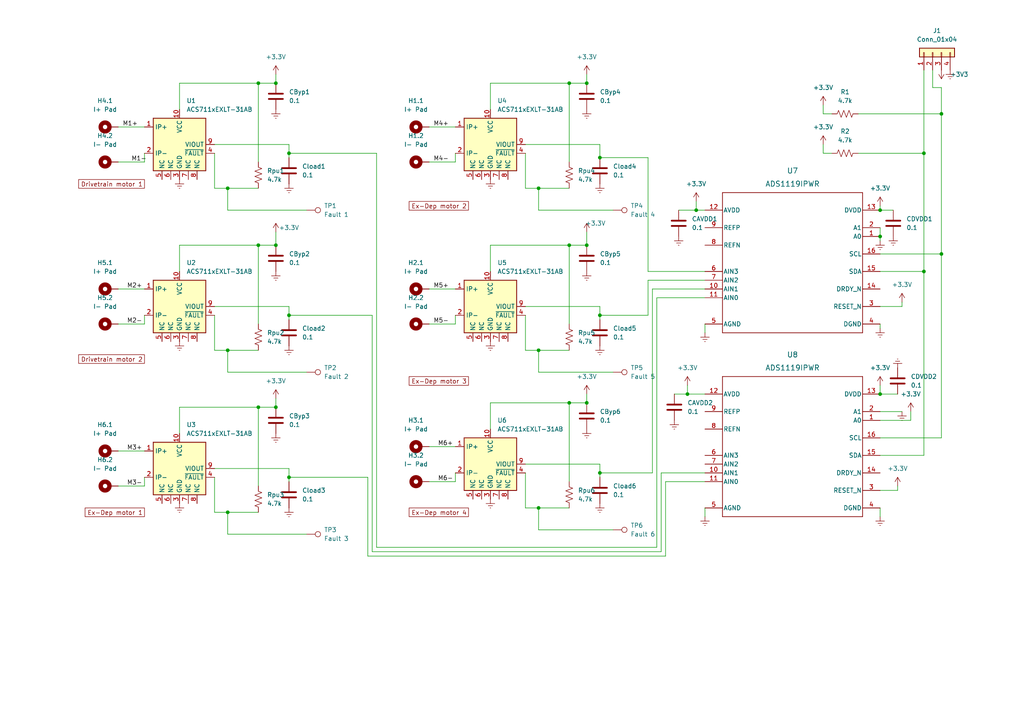
<source format=kicad_sch>
(kicad_sch (version 20211123) (generator eeschema)

  (uuid 2c607ed2-2c94-4c7a-b3fd-ab65c2c4d390)

  (paper "A4")

  (lib_symbols
    (symbol "+3.3V_1" (power) (pin_names (offset 0)) (in_bom yes) (on_board yes)
      (property "Reference" "#PWR" (id 0) (at 0 -3.81 0)
        (effects (font (size 1.27 1.27)) hide)
      )
      (property "Value" "+3.3V_1" (id 1) (at 0 3.556 0)
        (effects (font (size 1.27 1.27)))
      )
      (property "Footprint" "" (id 2) (at 0 0 0)
        (effects (font (size 1.27 1.27)) hide)
      )
      (property "Datasheet" "" (id 3) (at 0 0 0)
        (effects (font (size 1.27 1.27)) hide)
      )
      (property "ki_keywords" "power-flag" (id 4) (at 0 0 0)
        (effects (font (size 1.27 1.27)) hide)
      )
      (property "ki_description" "Power symbol creates a global label with name \"+3.3V\"" (id 5) (at 0 0 0)
        (effects (font (size 1.27 1.27)) hide)
      )
      (symbol "+3.3V_1_0_1"
        (polyline
          (pts
            (xy -0.762 1.27)
            (xy 0 2.54)
          )
          (stroke (width 0) (type default) (color 0 0 0 0))
          (fill (type none))
        )
        (polyline
          (pts
            (xy 0 0)
            (xy 0 2.54)
          )
          (stroke (width 0) (type default) (color 0 0 0 0))
          (fill (type none))
        )
        (polyline
          (pts
            (xy 0 2.54)
            (xy 0.762 1.27)
          )
          (stroke (width 0) (type default) (color 0 0 0 0))
          (fill (type none))
        )
      )
      (symbol "+3.3V_1_1_1"
        (pin power_in line (at 0 0 90) (length 0) hide
          (name "+3V3" (effects (font (size 1.27 1.27))))
          (number "1" (effects (font (size 1.27 1.27))))
        )
      )
    )
    (symbol "2023-10-21_17-11-10:ADS1119IPWR" (pin_names (offset 0.254)) (in_bom yes) (on_board yes)
      (property "Reference" "U" (id 0) (at 0 2.54 0)
        (effects (font (size 1.524 1.524)))
      )
      (property "Value" "ADS1119IPWR" (id 1) (at 0 0 0)
        (effects (font (size 1.524 1.524)))
      )
      (property "Footprint" "PW0016A_N" (id 2) (at 0 0 0)
        (effects (font (size 1.27 1.27) italic) hide)
      )
      (property "Datasheet" "ADS1119IPWR" (id 3) (at 0 0 0)
        (effects (font (size 1.27 1.27) italic) hide)
      )
      (property "ki_locked" "" (id 4) (at 0 0 0)
        (effects (font (size 1.27 1.27)))
      )
      (property "ki_keywords" "ADS1119IPWR" (id 5) (at 0 0 0)
        (effects (font (size 1.27 1.27)) hide)
      )
      (property "ki_fp_filters" "PW0016A_N PW0016A_M PW0016A_L" (id 6) (at 0 0 0)
        (effects (font (size 1.27 1.27)) hide)
      )
      (symbol "ADS1119IPWR_0_1"
        (polyline
          (pts
            (xy -20.32 -20.32)
            (xy 20.32 -20.32)
          )
          (stroke (width 0.2032) (type default) (color 0 0 0 0))
          (fill (type none))
        )
        (polyline
          (pts
            (xy -20.32 20.32)
            (xy -20.32 -20.32)
          )
          (stroke (width 0.2032) (type default) (color 0 0 0 0))
          (fill (type none))
        )
        (polyline
          (pts
            (xy 20.32 -20.32)
            (xy 20.32 20.32)
          )
          (stroke (width 0.2032) (type default) (color 0 0 0 0))
          (fill (type none))
        )
        (polyline
          (pts
            (xy 20.32 20.32)
            (xy -20.32 20.32)
          )
          (stroke (width 0.2032) (type default) (color 0 0 0 0))
          (fill (type none))
        )
        (pin input line (at 25.4 7.62 180) (length 5.08)
          (name "A0" (effects (font (size 1.27 1.27))))
          (number "1" (effects (font (size 1.27 1.27))))
        )
        (pin input line (at -25.4 -7.62 0) (length 5.08)
          (name "AIN1" (effects (font (size 1.27 1.27))))
          (number "10" (effects (font (size 1.27 1.27))))
        )
        (pin input line (at -25.4 -10.16 0) (length 5.08)
          (name "AIN0" (effects (font (size 1.27 1.27))))
          (number "11" (effects (font (size 1.27 1.27))))
        )
        (pin power_in line (at -25.4 15.24 0) (length 5.08)
          (name "AVDD" (effects (font (size 1.27 1.27))))
          (number "12" (effects (font (size 1.27 1.27))))
        )
        (pin power_in line (at 25.4 15.24 180) (length 5.08)
          (name "DVDD" (effects (font (size 1.27 1.27))))
          (number "13" (effects (font (size 1.27 1.27))))
        )
        (pin output line (at 25.4 -7.62 180) (length 5.08)
          (name "DRDY_N" (effects (font (size 1.27 1.27))))
          (number "14" (effects (font (size 1.27 1.27))))
        )
        (pin bidirectional line (at 25.4 -2.54 180) (length 5.08)
          (name "SDA" (effects (font (size 1.27 1.27))))
          (number "15" (effects (font (size 1.27 1.27))))
        )
        (pin input line (at 25.4 2.54 180) (length 5.08)
          (name "SCL" (effects (font (size 1.27 1.27))))
          (number "16" (effects (font (size 1.27 1.27))))
        )
        (pin input line (at 25.4 10.16 180) (length 5.08)
          (name "A1" (effects (font (size 1.27 1.27))))
          (number "2" (effects (font (size 1.27 1.27))))
        )
        (pin input line (at 25.4 -12.7 180) (length 5.08)
          (name "RESET_N" (effects (font (size 1.27 1.27))))
          (number "3" (effects (font (size 1.27 1.27))))
        )
        (pin power_in line (at 25.4 -17.78 180) (length 5.08)
          (name "DGND" (effects (font (size 1.27 1.27))))
          (number "4" (effects (font (size 1.27 1.27))))
        )
        (pin power_in line (at -25.4 -17.78 0) (length 5.08)
          (name "AGND" (effects (font (size 1.27 1.27))))
          (number "5" (effects (font (size 1.27 1.27))))
        )
        (pin input line (at -25.4 -2.54 0) (length 5.08)
          (name "AIN3" (effects (font (size 1.27 1.27))))
          (number "6" (effects (font (size 1.27 1.27))))
        )
        (pin input line (at -25.4 -5.08 0) (length 5.08)
          (name "AIN2" (effects (font (size 1.27 1.27))))
          (number "7" (effects (font (size 1.27 1.27))))
        )
        (pin input line (at -25.4 5.08 0) (length 5.08)
          (name "REFN" (effects (font (size 1.27 1.27))))
          (number "8" (effects (font (size 1.27 1.27))))
        )
        (pin input line (at -25.4 10.16 0) (length 5.08)
          (name "REFP" (effects (font (size 1.27 1.27))))
          (number "9" (effects (font (size 1.27 1.27))))
        )
      )
    )
    (symbol "Connector:TestPoint" (pin_numbers hide) (pin_names (offset 0.762) hide) (in_bom yes) (on_board yes)
      (property "Reference" "TP" (id 0) (at 0 6.858 0)
        (effects (font (size 1.27 1.27)))
      )
      (property "Value" "TestPoint" (id 1) (at 0 5.08 0)
        (effects (font (size 1.27 1.27)))
      )
      (property "Footprint" "" (id 2) (at 5.08 0 0)
        (effects (font (size 1.27 1.27)) hide)
      )
      (property "Datasheet" "~" (id 3) (at 5.08 0 0)
        (effects (font (size 1.27 1.27)) hide)
      )
      (property "ki_keywords" "test point tp" (id 4) (at 0 0 0)
        (effects (font (size 1.27 1.27)) hide)
      )
      (property "ki_description" "test point" (id 5) (at 0 0 0)
        (effects (font (size 1.27 1.27)) hide)
      )
      (property "ki_fp_filters" "Pin* Test*" (id 6) (at 0 0 0)
        (effects (font (size 1.27 1.27)) hide)
      )
      (symbol "TestPoint_0_1"
        (circle (center 0 3.302) (radius 0.762)
          (stroke (width 0) (type default) (color 0 0 0 0))
          (fill (type none))
        )
      )
      (symbol "TestPoint_1_1"
        (pin passive line (at 0 0 90) (length 2.54)
          (name "1" (effects (font (size 1.27 1.27))))
          (number "1" (effects (font (size 1.27 1.27))))
        )
      )
    )
    (symbol "Connector_Generic:Conn_01x04" (pin_names (offset 1.016) hide) (in_bom yes) (on_board yes)
      (property "Reference" "J" (id 0) (at 0 5.08 0)
        (effects (font (size 1.27 1.27)))
      )
      (property "Value" "Conn_01x04" (id 1) (at 0 -7.62 0)
        (effects (font (size 1.27 1.27)))
      )
      (property "Footprint" "" (id 2) (at 0 0 0)
        (effects (font (size 1.27 1.27)) hide)
      )
      (property "Datasheet" "~" (id 3) (at 0 0 0)
        (effects (font (size 1.27 1.27)) hide)
      )
      (property "ki_keywords" "connector" (id 4) (at 0 0 0)
        (effects (font (size 1.27 1.27)) hide)
      )
      (property "ki_description" "Generic connector, single row, 01x04, script generated (kicad-library-utils/schlib/autogen/connector/)" (id 5) (at 0 0 0)
        (effects (font (size 1.27 1.27)) hide)
      )
      (property "ki_fp_filters" "Connector*:*_1x??_*" (id 6) (at 0 0 0)
        (effects (font (size 1.27 1.27)) hide)
      )
      (symbol "Conn_01x04_1_1"
        (rectangle (start -1.27 -4.953) (end 0 -5.207)
          (stroke (width 0.1524) (type default) (color 0 0 0 0))
          (fill (type none))
        )
        (rectangle (start -1.27 -2.413) (end 0 -2.667)
          (stroke (width 0.1524) (type default) (color 0 0 0 0))
          (fill (type none))
        )
        (rectangle (start -1.27 0.127) (end 0 -0.127)
          (stroke (width 0.1524) (type default) (color 0 0 0 0))
          (fill (type none))
        )
        (rectangle (start -1.27 2.667) (end 0 2.413)
          (stroke (width 0.1524) (type default) (color 0 0 0 0))
          (fill (type none))
        )
        (rectangle (start -1.27 3.81) (end 1.27 -6.35)
          (stroke (width 0.254) (type default) (color 0 0 0 0))
          (fill (type background))
        )
        (pin passive line (at -5.08 2.54 0) (length 3.81)
          (name "Pin_1" (effects (font (size 1.27 1.27))))
          (number "1" (effects (font (size 1.27 1.27))))
        )
        (pin passive line (at -5.08 0 0) (length 3.81)
          (name "Pin_2" (effects (font (size 1.27 1.27))))
          (number "2" (effects (font (size 1.27 1.27))))
        )
        (pin passive line (at -5.08 -2.54 0) (length 3.81)
          (name "Pin_3" (effects (font (size 1.27 1.27))))
          (number "3" (effects (font (size 1.27 1.27))))
        )
        (pin passive line (at -5.08 -5.08 0) (length 3.81)
          (name "Pin_4" (effects (font (size 1.27 1.27))))
          (number "4" (effects (font (size 1.27 1.27))))
        )
      )
    )
    (symbol "Device:C" (pin_numbers hide) (pin_names (offset 0.254)) (in_bom yes) (on_board yes)
      (property "Reference" "C" (id 0) (at 0.635 2.54 0)
        (effects (font (size 1.27 1.27)) (justify left))
      )
      (property "Value" "C" (id 1) (at 0.635 -2.54 0)
        (effects (font (size 1.27 1.27)) (justify left))
      )
      (property "Footprint" "" (id 2) (at 0.9652 -3.81 0)
        (effects (font (size 1.27 1.27)) hide)
      )
      (property "Datasheet" "~" (id 3) (at 0 0 0)
        (effects (font (size 1.27 1.27)) hide)
      )
      (property "ki_keywords" "cap capacitor" (id 4) (at 0 0 0)
        (effects (font (size 1.27 1.27)) hide)
      )
      (property "ki_description" "Unpolarized capacitor" (id 5) (at 0 0 0)
        (effects (font (size 1.27 1.27)) hide)
      )
      (property "ki_fp_filters" "C_*" (id 6) (at 0 0 0)
        (effects (font (size 1.27 1.27)) hide)
      )
      (symbol "C_0_1"
        (polyline
          (pts
            (xy -2.032 -0.762)
            (xy 2.032 -0.762)
          )
          (stroke (width 0.508) (type default) (color 0 0 0 0))
          (fill (type none))
        )
        (polyline
          (pts
            (xy -2.032 0.762)
            (xy 2.032 0.762)
          )
          (stroke (width 0.508) (type default) (color 0 0 0 0))
          (fill (type none))
        )
      )
      (symbol "C_1_1"
        (pin passive line (at 0 3.81 270) (length 2.794)
          (name "~" (effects (font (size 1.27 1.27))))
          (number "1" (effects (font (size 1.27 1.27))))
        )
        (pin passive line (at 0 -3.81 90) (length 2.794)
          (name "~" (effects (font (size 1.27 1.27))))
          (number "2" (effects (font (size 1.27 1.27))))
        )
      )
    )
    (symbol "Device:R_US" (pin_numbers hide) (pin_names (offset 0)) (in_bom yes) (on_board yes)
      (property "Reference" "R" (id 0) (at 2.54 0 90)
        (effects (font (size 1.27 1.27)))
      )
      (property "Value" "R_US" (id 1) (at -2.54 0 90)
        (effects (font (size 1.27 1.27)))
      )
      (property "Footprint" "" (id 2) (at 1.016 -0.254 90)
        (effects (font (size 1.27 1.27)) hide)
      )
      (property "Datasheet" "~" (id 3) (at 0 0 0)
        (effects (font (size 1.27 1.27)) hide)
      )
      (property "ki_keywords" "R res resistor" (id 4) (at 0 0 0)
        (effects (font (size 1.27 1.27)) hide)
      )
      (property "ki_description" "Resistor, US symbol" (id 5) (at 0 0 0)
        (effects (font (size 1.27 1.27)) hide)
      )
      (property "ki_fp_filters" "R_*" (id 6) (at 0 0 0)
        (effects (font (size 1.27 1.27)) hide)
      )
      (symbol "R_US_0_1"
        (polyline
          (pts
            (xy 0 -2.286)
            (xy 0 -2.54)
          )
          (stroke (width 0) (type default) (color 0 0 0 0))
          (fill (type none))
        )
        (polyline
          (pts
            (xy 0 2.286)
            (xy 0 2.54)
          )
          (stroke (width 0) (type default) (color 0 0 0 0))
          (fill (type none))
        )
        (polyline
          (pts
            (xy 0 -0.762)
            (xy 1.016 -1.143)
            (xy 0 -1.524)
            (xy -1.016 -1.905)
            (xy 0 -2.286)
          )
          (stroke (width 0) (type default) (color 0 0 0 0))
          (fill (type none))
        )
        (polyline
          (pts
            (xy 0 0.762)
            (xy 1.016 0.381)
            (xy 0 0)
            (xy -1.016 -0.381)
            (xy 0 -0.762)
          )
          (stroke (width 0) (type default) (color 0 0 0 0))
          (fill (type none))
        )
        (polyline
          (pts
            (xy 0 2.286)
            (xy 1.016 1.905)
            (xy 0 1.524)
            (xy -1.016 1.143)
            (xy 0 0.762)
          )
          (stroke (width 0) (type default) (color 0 0 0 0))
          (fill (type none))
        )
      )
      (symbol "R_US_1_1"
        (pin passive line (at 0 3.81 270) (length 1.27)
          (name "~" (effects (font (size 1.27 1.27))))
          (number "1" (effects (font (size 1.27 1.27))))
        )
        (pin passive line (at 0 -3.81 90) (length 1.27)
          (name "~" (effects (font (size 1.27 1.27))))
          (number "2" (effects (font (size 1.27 1.27))))
        )
      )
    )
    (symbol "Mechanical:MountingHole_Pad" (pin_numbers hide) (pin_names (offset 1.016) hide) (in_bom yes) (on_board yes)
      (property "Reference" "H" (id 0) (at 0 6.35 0)
        (effects (font (size 1.27 1.27)))
      )
      (property "Value" "MountingHole_Pad" (id 1) (at 0 4.445 0)
        (effects (font (size 1.27 1.27)))
      )
      (property "Footprint" "" (id 2) (at 0 0 0)
        (effects (font (size 1.27 1.27)) hide)
      )
      (property "Datasheet" "~" (id 3) (at 0 0 0)
        (effects (font (size 1.27 1.27)) hide)
      )
      (property "ki_keywords" "mounting hole" (id 4) (at 0 0 0)
        (effects (font (size 1.27 1.27)) hide)
      )
      (property "ki_description" "Mounting Hole with connection" (id 5) (at 0 0 0)
        (effects (font (size 1.27 1.27)) hide)
      )
      (property "ki_fp_filters" "MountingHole*Pad*" (id 6) (at 0 0 0)
        (effects (font (size 1.27 1.27)) hide)
      )
      (symbol "MountingHole_Pad_0_1"
        (circle (center 0 1.27) (radius 1.27)
          (stroke (width 1.27) (type default) (color 0 0 0 0))
          (fill (type none))
        )
      )
      (symbol "MountingHole_Pad_1_1"
        (pin input line (at 0 -2.54 90) (length 2.54)
          (name "1" (effects (font (size 1.27 1.27))))
          (number "1" (effects (font (size 1.27 1.27))))
        )
      )
    )
    (symbol "Sensor_Current:ACS711xEXLT-31AB" (in_bom yes) (on_board yes)
      (property "Reference" "U" (id 0) (at 8.89 6.35 0)
        (effects (font (size 1.27 1.27)) (justify left))
      )
      (property "Value" "ACS711xEXLT-31AB" (id 1) (at 8.89 3.81 0)
        (effects (font (size 1.27 1.27)) (justify left))
      )
      (property "Footprint" "Sensor_Current:Allegro_QFN-12-10-1EP_3x3mm_P0.5mm" (id 2) (at 8.89 -1.27 0)
        (effects (font (size 1.27 1.27) italic) (justify left) hide)
      )
      (property "Datasheet" "http://www.allegromicro.com/~/Media/Files/Datasheets/ACS711-Datasheet.ashx" (id 3) (at 0 0 0)
        (effects (font (size 1.27 1.27)) hide)
      )
      (property "ki_keywords" "hall effect current monitor sensor isolated" (id 4) (at 0 0 0)
        (effects (font (size 1.27 1.27)) hide)
      )
      (property "ki_description" "±31A Bidirectional, Hall-Effect Current Sensor, +3.3V supply, 45mV/A, QFN-12" (id 5) (at 0 0 0)
        (effects (font (size 1.27 1.27)) hide)
      )
      (property "ki_fp_filters" "Allegro*QFN*EP*3x3mm*P0.5mm*" (id 6) (at 0 0 0)
        (effects (font (size 1.27 1.27)) hide)
      )
      (symbol "ACS711xEXLT-31AB_0_1"
        (rectangle (start -7.62 7.62) (end 7.62 -7.62)
          (stroke (width 0.254) (type default) (color 0 0 0 0))
          (fill (type background))
        )
      )
      (symbol "ACS711xEXLT-31AB_1_1"
        (pin passive line (at -10.16 5.08 0) (length 2.54)
          (name "IP+" (effects (font (size 1.27 1.27))))
          (number "1" (effects (font (size 1.27 1.27))))
        )
        (pin power_in line (at 0 10.16 270) (length 2.54)
          (name "VCC" (effects (font (size 1.27 1.27))))
          (number "10" (effects (font (size 1.27 1.27))))
        )
        (pin passive line (at -10.16 -2.54 0) (length 2.54)
          (name "IP-" (effects (font (size 1.27 1.27))))
          (number "2" (effects (font (size 1.27 1.27))))
        )
        (pin power_in line (at 0 -10.16 90) (length 2.54)
          (name "GND" (effects (font (size 1.27 1.27))))
          (number "3" (effects (font (size 1.27 1.27))))
        )
        (pin output line (at 10.16 -2.54 180) (length 2.54)
          (name "~{FAULT}" (effects (font (size 1.27 1.27))))
          (number "4" (effects (font (size 1.27 1.27))))
        )
        (pin passive line (at -5.08 -10.16 90) (length 2.54)
          (name "NC" (effects (font (size 1.27 1.27))))
          (number "5" (effects (font (size 1.27 1.27))))
        )
        (pin passive line (at -2.54 -10.16 90) (length 2.54)
          (name "NC" (effects (font (size 1.27 1.27))))
          (number "6" (effects (font (size 1.27 1.27))))
        )
        (pin passive line (at 2.54 -10.16 90) (length 2.54)
          (name "NC" (effects (font (size 1.27 1.27))))
          (number "7" (effects (font (size 1.27 1.27))))
        )
        (pin passive line (at 5.08 -10.16 90) (length 2.54)
          (name "NC" (effects (font (size 1.27 1.27))))
          (number "8" (effects (font (size 1.27 1.27))))
        )
        (pin output line (at 10.16 0 180) (length 2.54)
          (name "VIOUT" (effects (font (size 1.27 1.27))))
          (number "9" (effects (font (size 1.27 1.27))))
        )
      )
    )
    (symbol "power:+3.3V" (power) (pin_names (offset 0)) (in_bom yes) (on_board yes)
      (property "Reference" "#PWR" (id 0) (at 0 -3.81 0)
        (effects (font (size 1.27 1.27)) hide)
      )
      (property "Value" "+3.3V" (id 1) (at 0 3.556 0)
        (effects (font (size 1.27 1.27)))
      )
      (property "Footprint" "" (id 2) (at 0 0 0)
        (effects (font (size 1.27 1.27)) hide)
      )
      (property "Datasheet" "" (id 3) (at 0 0 0)
        (effects (font (size 1.27 1.27)) hide)
      )
      (property "ki_keywords" "power-flag" (id 4) (at 0 0 0)
        (effects (font (size 1.27 1.27)) hide)
      )
      (property "ki_description" "Power symbol creates a global label with name \"+3.3V\"" (id 5) (at 0 0 0)
        (effects (font (size 1.27 1.27)) hide)
      )
      (symbol "+3.3V_0_1"
        (polyline
          (pts
            (xy -0.762 1.27)
            (xy 0 2.54)
          )
          (stroke (width 0) (type default) (color 0 0 0 0))
          (fill (type none))
        )
        (polyline
          (pts
            (xy 0 0)
            (xy 0 2.54)
          )
          (stroke (width 0) (type default) (color 0 0 0 0))
          (fill (type none))
        )
        (polyline
          (pts
            (xy 0 2.54)
            (xy 0.762 1.27)
          )
          (stroke (width 0) (type default) (color 0 0 0 0))
          (fill (type none))
        )
      )
      (symbol "+3.3V_1_1"
        (pin power_in line (at 0 0 90) (length 0) hide
          (name "+3.3V" (effects (font (size 1.27 1.27))))
          (number "1" (effects (font (size 1.27 1.27))))
        )
      )
    )
    (symbol "power:Earth" (power) (pin_names (offset 0)) (in_bom yes) (on_board yes)
      (property "Reference" "#PWR" (id 0) (at 0 -6.35 0)
        (effects (font (size 1.27 1.27)) hide)
      )
      (property "Value" "Earth" (id 1) (at 0 -3.81 0)
        (effects (font (size 1.27 1.27)) hide)
      )
      (property "Footprint" "" (id 2) (at 0 0 0)
        (effects (font (size 1.27 1.27)) hide)
      )
      (property "Datasheet" "~" (id 3) (at 0 0 0)
        (effects (font (size 1.27 1.27)) hide)
      )
      (property "ki_keywords" "power-flag ground gnd" (id 4) (at 0 0 0)
        (effects (font (size 1.27 1.27)) hide)
      )
      (property "ki_description" "Power symbol creates a global label with name \"Earth\"" (id 5) (at 0 0 0)
        (effects (font (size 1.27 1.27)) hide)
      )
      (symbol "Earth_0_1"
        (polyline
          (pts
            (xy -0.635 -1.905)
            (xy 0.635 -1.905)
          )
          (stroke (width 0) (type default) (color 0 0 0 0))
          (fill (type none))
        )
        (polyline
          (pts
            (xy -0.127 -2.54)
            (xy 0.127 -2.54)
          )
          (stroke (width 0) (type default) (color 0 0 0 0))
          (fill (type none))
        )
        (polyline
          (pts
            (xy 0 -1.27)
            (xy 0 0)
          )
          (stroke (width 0) (type default) (color 0 0 0 0))
          (fill (type none))
        )
        (polyline
          (pts
            (xy 1.27 -1.27)
            (xy -1.27 -1.27)
          )
          (stroke (width 0) (type default) (color 0 0 0 0))
          (fill (type none))
        )
      )
      (symbol "Earth_1_1"
        (pin power_in line (at 0 0 270) (length 0) hide
          (name "Earth" (effects (font (size 1.27 1.27))))
          (number "1" (effects (font (size 1.27 1.27))))
        )
      )
    )
  )

  (junction (at 201.93 60.96) (diameter 0) (color 0 0 0 0)
    (uuid 011d29b4-3005-4639-8157-ee0d0eed0535)
  )
  (junction (at 267.97 44.45) (diameter 0) (color 0 0 0 0)
    (uuid 0de63706-4d6f-404a-b71c-ff3dca4bbf0a)
  )
  (junction (at 273.05 33.02) (diameter 0) (color 0 0 0 0)
    (uuid 28ad2a28-aa2b-4799-8fd7-e36be506075a)
  )
  (junction (at 80.01 118.11) (diameter 0) (color 0 0 0 0)
    (uuid 2efb4ee4-f5db-493b-b2a2-6c4e6c869b71)
  )
  (junction (at 156.21 54.61) (diameter 0) (color 0 0 0 0)
    (uuid 2f4ea655-7fc9-4333-9156-38a12424128e)
  )
  (junction (at 165.1 24.13) (diameter 0) (color 0 0 0 0)
    (uuid 30e397e1-e045-4b73-8846-c134c5a2a705)
  )
  (junction (at 83.82 91.44) (diameter 0) (color 0 0 0 0)
    (uuid 358bfc38-39de-4d45-ab1b-c47783522888)
  )
  (junction (at 83.82 44.45) (diameter 0) (color 0 0 0 0)
    (uuid 3ff52d75-ce53-446b-bc89-87f90cc30831)
  )
  (junction (at 66.04 101.6) (diameter 0) (color 0 0 0 0)
    (uuid 41089559-c0a9-49fb-9e33-0369ed21fb63)
  )
  (junction (at 74.93 71.12) (diameter 0) (color 0 0 0 0)
    (uuid 45c2c14f-56d9-4213-837b-f092a1ff032b)
  )
  (junction (at 173.99 45.72) (diameter 0) (color 0 0 0 0)
    (uuid 4717a412-95ad-428a-a1dc-08701512b2c7)
  )
  (junction (at 165.1 116.84) (diameter 0) (color 0 0 0 0)
    (uuid 5eceb16b-61e0-4c92-b2ae-55ee399c1112)
  )
  (junction (at 165.1 71.12) (diameter 0) (color 0 0 0 0)
    (uuid 646f7b02-873c-4eae-aced-5e361c24e0af)
  )
  (junction (at 273.05 73.66) (diameter 0) (color 0 0 0 0)
    (uuid 66ad7d70-fd60-40b4-b6e4-db7bfbed99c3)
  )
  (junction (at 255.27 60.96) (diameter 0) (color 0 0 0 0)
    (uuid 74601d8c-4ffc-49ce-8521-bfe97115447b)
  )
  (junction (at 267.97 78.74) (diameter 0) (color 0 0 0 0)
    (uuid 7acce879-66d4-4d9a-ace7-8cab9e7a4273)
  )
  (junction (at 173.99 137.16) (diameter 0) (color 0 0 0 0)
    (uuid 7b82f65a-fa0b-419c-86dd-8a4bda2aa503)
  )
  (junction (at 83.82 138.43) (diameter 0) (color 0 0 0 0)
    (uuid 7c233ed7-7fd1-46f2-aec1-5019adb610b6)
  )
  (junction (at 199.39 114.3) (diameter 0) (color 0 0 0 0)
    (uuid 879c4398-7a3d-4fa6-be01-6ec3e88f39ff)
  )
  (junction (at 173.99 91.44) (diameter 0) (color 0 0 0 0)
    (uuid 8fd70524-1590-4459-8967-75dcf25faf1e)
  )
  (junction (at 170.18 116.84) (diameter 0) (color 0 0 0 0)
    (uuid 9864a7c9-3f8b-4f88-810d-55e7a7aaebfc)
  )
  (junction (at 74.93 24.13) (diameter 0) (color 0 0 0 0)
    (uuid 9e03305f-8314-49d6-ba8c-584e29380cef)
  )
  (junction (at 255.27 68.58) (diameter 0) (color 0 0 0 0)
    (uuid a5a880aa-67c0-41b2-a57c-6a6eff4f15ec)
  )
  (junction (at 255.27 114.3) (diameter 0) (color 0 0 0 0)
    (uuid ad023e61-652d-4446-aaac-514c34d5c05d)
  )
  (junction (at 170.18 71.12) (diameter 0) (color 0 0 0 0)
    (uuid b4fbd6d8-48b8-4f88-9db2-e9c117595699)
  )
  (junction (at 80.01 24.13) (diameter 0) (color 0 0 0 0)
    (uuid bf177833-789b-465a-a1fe-92c8baaf9298)
  )
  (junction (at 66.04 148.59) (diameter 0) (color 0 0 0 0)
    (uuid bf91bb82-dd40-496b-a672-8ed58b842e95)
  )
  (junction (at 74.93 118.11) (diameter 0) (color 0 0 0 0)
    (uuid c6651f66-8a9f-4417-bdaf-9fe3e7a703b4)
  )
  (junction (at 170.18 24.13) (diameter 0) (color 0 0 0 0)
    (uuid d0c2bc9f-0046-4429-8b29-fb525fe9eab3)
  )
  (junction (at 80.01 71.12) (diameter 0) (color 0 0 0 0)
    (uuid d354452b-e012-483e-bf34-8d5b62e395e5)
  )
  (junction (at 156.21 147.32) (diameter 0) (color 0 0 0 0)
    (uuid dab35660-810b-400f-9b40-afc608ec5008)
  )
  (junction (at 66.04 54.61) (diameter 0) (color 0 0 0 0)
    (uuid ebe7b3f2-8b04-41b4-b92d-825bc839f731)
  )
  (junction (at 156.21 101.6) (diameter 0) (color 0 0 0 0)
    (uuid f43762c9-422f-40ef-b8f3-6f015a310379)
  )

  (wire (pts (xy 238.76 41.91) (xy 238.76 44.45))
    (stroke (width 0) (type default) (color 0 0 0 0))
    (uuid 012a58f2-5696-42ea-a46b-c83ce6ec897d)
  )
  (wire (pts (xy 52.07 71.12) (xy 74.93 71.12))
    (stroke (width 0) (type default) (color 0 0 0 0))
    (uuid 04eb2801-6555-4fdd-921e-df1047c2f616)
  )
  (wire (pts (xy 74.93 71.12) (xy 74.93 93.98))
    (stroke (width 0) (type default) (color 0 0 0 0))
    (uuid 054db391-745c-49a0-9b6c-cc3b5bd08a51)
  )
  (wire (pts (xy 255.27 114.3) (xy 260.35 114.3))
    (stroke (width 0) (type default) (color 0 0 0 0))
    (uuid 0604afa9-8dad-4dcb-bd0d-36751f1354b7)
  )
  (wire (pts (xy 152.4 44.45) (xy 152.4 54.61))
    (stroke (width 0) (type default) (color 0 0 0 0))
    (uuid 081ea0d4-45be-4fc4-acc2-e0e3d7037f3f)
  )
  (wire (pts (xy 66.04 154.94) (xy 88.9 154.94))
    (stroke (width 0) (type default) (color 0 0 0 0))
    (uuid 091b77fc-e68b-431a-a7b5-89013ae7ab74)
  )
  (wire (pts (xy 255.27 147.32) (xy 255.27 149.86))
    (stroke (width 0) (type default) (color 0 0 0 0))
    (uuid 098ecf17-50dd-4ca7-a76d-3a254be163bc)
  )
  (wire (pts (xy 52.07 118.11) (xy 74.93 118.11))
    (stroke (width 0) (type default) (color 0 0 0 0))
    (uuid 09d7843e-49a1-4c91-8ccd-eb0340f71f54)
  )
  (wire (pts (xy 273.05 25.4) (xy 270.51 25.4))
    (stroke (width 0) (type default) (color 0 0 0 0))
    (uuid 0e90908f-81ba-4f69-a647-cc303a465767)
  )
  (wire (pts (xy 170.18 67.31) (xy 170.18 71.12))
    (stroke (width 0) (type default) (color 0 0 0 0))
    (uuid 0ec4005d-5722-456e-a12f-503fa5dd1f94)
  )
  (wire (pts (xy 83.82 44.45) (xy 109.22 44.45))
    (stroke (width 0) (type default) (color 0 0 0 0))
    (uuid 0fde6b49-8790-49ab-9f80-d1a98c316e24)
  )
  (wire (pts (xy 106.68 161.29) (xy 193.04 161.29))
    (stroke (width 0) (type default) (color 0 0 0 0))
    (uuid 10daba1a-0b4b-4f93-b3c6-6eb5e4571e02)
  )
  (wire (pts (xy 173.99 134.62) (xy 173.99 137.16))
    (stroke (width 0) (type default) (color 0 0 0 0))
    (uuid 1278519f-e351-4037-9e76-985c745750c4)
  )
  (wire (pts (xy 260.35 142.24) (xy 260.35 140.97))
    (stroke (width 0) (type default) (color 0 0 0 0))
    (uuid 13b5639b-cb8d-4ffc-8225-8bab94809fee)
  )
  (wire (pts (xy 273.05 127) (xy 273.05 73.66))
    (stroke (width 0) (type default) (color 0 0 0 0))
    (uuid 17eb96da-04e2-4c77-bd1b-8f0a881b0716)
  )
  (wire (pts (xy 273.05 73.66) (xy 273.05 33.02))
    (stroke (width 0) (type default) (color 0 0 0 0))
    (uuid 19751df3-f467-4b37-8715-bb55b9635649)
  )
  (wire (pts (xy 124.46 83.82) (xy 132.08 83.82))
    (stroke (width 0) (type default) (color 0 0 0 0))
    (uuid 1a71f13b-ed2d-482b-a293-5999ed12e0ed)
  )
  (wire (pts (xy 170.18 114.3) (xy 170.18 116.84))
    (stroke (width 0) (type default) (color 0 0 0 0))
    (uuid 1ce32257-bbb2-4e8b-9a02-37f6ebda09df)
  )
  (wire (pts (xy 173.99 137.16) (xy 189.23 137.16))
    (stroke (width 0) (type default) (color 0 0 0 0))
    (uuid 2598fe5d-33a9-4706-97c3-347a6a9ce6da)
  )
  (wire (pts (xy 34.29 36.83) (xy 41.91 36.83))
    (stroke (width 0) (type default) (color 0 0 0 0))
    (uuid 26921152-4180-4c0c-bc67-dea3ec5f2325)
  )
  (wire (pts (xy 62.23 101.6) (xy 66.04 101.6))
    (stroke (width 0) (type default) (color 0 0 0 0))
    (uuid 2df07a4c-85ab-4a63-b48d-eccebaa001b8)
  )
  (wire (pts (xy 66.04 60.96) (xy 88.9 60.96))
    (stroke (width 0) (type default) (color 0 0 0 0))
    (uuid 2e6d6583-b4f5-48c4-88c9-5b0826cd08e0)
  )
  (wire (pts (xy 187.96 78.74) (xy 204.47 78.74))
    (stroke (width 0) (type default) (color 0 0 0 0))
    (uuid 313ea32c-6b82-4bb3-81a8-d3ebd51f4d53)
  )
  (wire (pts (xy 83.82 138.43) (xy 83.82 139.7))
    (stroke (width 0) (type default) (color 0 0 0 0))
    (uuid 31b5f88c-e49b-46f5-b6e3-24f6055dc585)
  )
  (wire (pts (xy 261.62 88.9) (xy 261.62 87.63))
    (stroke (width 0) (type default) (color 0 0 0 0))
    (uuid 33811aaf-35ec-4cf9-9fb6-281e2dc9000c)
  )
  (wire (pts (xy 201.93 58.42) (xy 201.93 60.96))
    (stroke (width 0) (type default) (color 0 0 0 0))
    (uuid 34008aeb-dd28-498c-9a1d-7d3e06a6e788)
  )
  (wire (pts (xy 62.23 88.9) (xy 83.82 88.9))
    (stroke (width 0) (type default) (color 0 0 0 0))
    (uuid 3441a8a9-b6e4-4736-816c-926b84e8677d)
  )
  (wire (pts (xy 124.46 36.83) (xy 132.08 36.83))
    (stroke (width 0) (type default) (color 0 0 0 0))
    (uuid 352499c0-4199-4be9-8b12-3c31e5decb96)
  )
  (wire (pts (xy 109.22 158.75) (xy 190.5 158.75))
    (stroke (width 0) (type default) (color 0 0 0 0))
    (uuid 35662fca-69f3-4e40-8bb2-c3ac312cf63f)
  )
  (wire (pts (xy 156.21 54.61) (xy 165.1 54.61))
    (stroke (width 0) (type default) (color 0 0 0 0))
    (uuid 370c9d4e-95d0-402f-a605-db03be19c889)
  )
  (wire (pts (xy 204.47 93.98) (xy 204.47 96.52))
    (stroke (width 0) (type default) (color 0 0 0 0))
    (uuid 3904607f-a227-45cf-a457-4b67701561d9)
  )
  (wire (pts (xy 83.82 135.89) (xy 83.82 138.43))
    (stroke (width 0) (type default) (color 0 0 0 0))
    (uuid 39159848-343c-47c7-bbd8-447cc01af859)
  )
  (wire (pts (xy 106.68 138.43) (xy 106.68 161.29))
    (stroke (width 0) (type default) (color 0 0 0 0))
    (uuid 39612836-47be-403f-b59d-dca3f32cc860)
  )
  (wire (pts (xy 52.07 125.73) (xy 52.07 118.11))
    (stroke (width 0) (type default) (color 0 0 0 0))
    (uuid 39deced0-5ea3-4a72-8b8d-65c20aa44018)
  )
  (wire (pts (xy 34.29 46.99) (xy 41.91 46.99))
    (stroke (width 0) (type default) (color 0 0 0 0))
    (uuid 3b6b33c3-0a33-4107-9730-34c71623bc10)
  )
  (wire (pts (xy 52.07 24.13) (xy 74.93 24.13))
    (stroke (width 0) (type default) (color 0 0 0 0))
    (uuid 3b8c3e21-5498-4290-9c24-562fd527eb2e)
  )
  (wire (pts (xy 66.04 148.59) (xy 74.93 148.59))
    (stroke (width 0) (type default) (color 0 0 0 0))
    (uuid 3f7c909b-dabc-4150-a23b-0566dd957b94)
  )
  (wire (pts (xy 83.82 88.9) (xy 83.82 91.44))
    (stroke (width 0) (type default) (color 0 0 0 0))
    (uuid 4452693e-ccd4-4cf2-a6da-fe9e2e6d2edb)
  )
  (wire (pts (xy 255.27 93.98) (xy 255.27 95.25))
    (stroke (width 0) (type default) (color 0 0 0 0))
    (uuid 45aee4c8-7568-4863-987e-c0d439ab8f59)
  )
  (wire (pts (xy 248.92 33.02) (xy 273.05 33.02))
    (stroke (width 0) (type default) (color 0 0 0 0))
    (uuid 47bb1880-c4e8-41dd-acb7-1dda8a94a78f)
  )
  (wire (pts (xy 191.77 160.02) (xy 191.77 137.16))
    (stroke (width 0) (type default) (color 0 0 0 0))
    (uuid 47d14441-45a0-4966-b88c-313670818b93)
  )
  (wire (pts (xy 156.21 153.67) (xy 177.8 153.67))
    (stroke (width 0) (type default) (color 0 0 0 0))
    (uuid 4ae36dd2-3920-4f8e-88e7-7e0b6b9a3cd6)
  )
  (wire (pts (xy 270.51 20.32) (xy 270.51 25.4))
    (stroke (width 0) (type default) (color 0 0 0 0))
    (uuid 4b9beb17-587f-495d-8d29-9bf7d582a460)
  )
  (wire (pts (xy 52.07 78.74) (xy 52.07 71.12))
    (stroke (width 0) (type default) (color 0 0 0 0))
    (uuid 4f0208c9-04a1-4747-8410-3185aed0547b)
  )
  (wire (pts (xy 62.23 54.61) (xy 66.04 54.61))
    (stroke (width 0) (type default) (color 0 0 0 0))
    (uuid 52d89eed-d25e-4371-b3ad-f55a74debbc4)
  )
  (wire (pts (xy 152.4 147.32) (xy 156.21 147.32))
    (stroke (width 0) (type default) (color 0 0 0 0))
    (uuid 53c8431a-538c-4291-acfb-4de3e2c84246)
  )
  (wire (pts (xy 255.27 73.66) (xy 273.05 73.66))
    (stroke (width 0) (type default) (color 0 0 0 0))
    (uuid 5589260d-7b1e-4025-98d3-f84cf02dc2b0)
  )
  (wire (pts (xy 255.27 88.9) (xy 261.62 88.9))
    (stroke (width 0) (type default) (color 0 0 0 0))
    (uuid 57a3c6be-96fc-4cf4-a7e3-409f44923045)
  )
  (wire (pts (xy 187.96 91.44) (xy 187.96 81.28))
    (stroke (width 0) (type default) (color 0 0 0 0))
    (uuid 5b3a42ed-2eb6-4785-9f7d-077ec97bce53)
  )
  (wire (pts (xy 238.76 33.02) (xy 238.76 30.48))
    (stroke (width 0) (type default) (color 0 0 0 0))
    (uuid 5eaa5ae0-6798-4fb3-a3e2-75eb04f78cdb)
  )
  (wire (pts (xy 195.58 114.3) (xy 199.39 114.3))
    (stroke (width 0) (type default) (color 0 0 0 0))
    (uuid 6039f588-2e44-474c-9482-6b582eac7cc7)
  )
  (wire (pts (xy 152.4 88.9) (xy 173.99 88.9))
    (stroke (width 0) (type default) (color 0 0 0 0))
    (uuid 60fdc820-5a32-4be4-9e63-b14dfb2c26d0)
  )
  (wire (pts (xy 74.93 24.13) (xy 80.01 24.13))
    (stroke (width 0) (type default) (color 0 0 0 0))
    (uuid 61a38ff7-4597-41e9-84f6-4ee214afcf7b)
  )
  (wire (pts (xy 165.1 71.12) (xy 165.1 93.98))
    (stroke (width 0) (type default) (color 0 0 0 0))
    (uuid 64427a4f-54ff-431c-84e8-a398238b18fa)
  )
  (wire (pts (xy 255.27 68.58) (xy 255.27 69.85))
    (stroke (width 0) (type default) (color 0 0 0 0))
    (uuid 65fa873e-b6a4-46d9-93b8-31f2e7f73169)
  )
  (wire (pts (xy 83.82 41.91) (xy 83.82 44.45))
    (stroke (width 0) (type default) (color 0 0 0 0))
    (uuid 662b0f01-7654-4444-9e13-174b02b821c8)
  )
  (wire (pts (xy 173.99 88.9) (xy 173.99 91.44))
    (stroke (width 0) (type default) (color 0 0 0 0))
    (uuid 676015a2-fadb-4696-89b4-f6b84cfeb775)
  )
  (wire (pts (xy 156.21 101.6) (xy 156.21 107.95))
    (stroke (width 0) (type default) (color 0 0 0 0))
    (uuid 68cd49ec-2d1f-4fe0-a802-52475dcb32c2)
  )
  (wire (pts (xy 52.07 31.75) (xy 52.07 24.13))
    (stroke (width 0) (type default) (color 0 0 0 0))
    (uuid 6a1407e3-fbf6-4817-8e56-69acbae628bb)
  )
  (wire (pts (xy 142.24 71.12) (xy 165.1 71.12))
    (stroke (width 0) (type default) (color 0 0 0 0))
    (uuid 6b5804ac-c967-4f7b-853d-0dcad8204b72)
  )
  (wire (pts (xy 173.99 91.44) (xy 187.96 91.44))
    (stroke (width 0) (type default) (color 0 0 0 0))
    (uuid 6c1e7b3a-6549-42c7-a704-458423b4a816)
  )
  (wire (pts (xy 152.4 91.44) (xy 152.4 101.6))
    (stroke (width 0) (type default) (color 0 0 0 0))
    (uuid 6c9dacce-112c-455f-a4e4-a4f4edb468e4)
  )
  (wire (pts (xy 74.93 71.12) (xy 80.01 71.12))
    (stroke (width 0) (type default) (color 0 0 0 0))
    (uuid 6d3998dd-ac3e-43d6-98e1-c9c84b7f32a7)
  )
  (wire (pts (xy 156.21 147.32) (xy 165.1 147.32))
    (stroke (width 0) (type default) (color 0 0 0 0))
    (uuid 6f47aba2-e2eb-4b63-9b3c-8dd0ee459d89)
  )
  (wire (pts (xy 62.23 44.45) (xy 62.23 54.61))
    (stroke (width 0) (type default) (color 0 0 0 0))
    (uuid 6fd7b1ad-ff8b-46ec-a2ea-dca5d7ad6d0d)
  )
  (wire (pts (xy 170.18 21.59) (xy 170.18 24.13))
    (stroke (width 0) (type default) (color 0 0 0 0))
    (uuid 6ffe01fd-3427-46bc-911a-ed5867ae6942)
  )
  (wire (pts (xy 62.23 138.43) (xy 62.23 148.59))
    (stroke (width 0) (type default) (color 0 0 0 0))
    (uuid 7368329e-72b3-4c2e-9f6a-e373eb66edd5)
  )
  (wire (pts (xy 34.29 93.98) (xy 41.91 93.98))
    (stroke (width 0) (type default) (color 0 0 0 0))
    (uuid 76d5e490-45b4-46fc-bd2d-c5e861c1c52d)
  )
  (wire (pts (xy 152.4 54.61) (xy 156.21 54.61))
    (stroke (width 0) (type default) (color 0 0 0 0))
    (uuid 79d44cfd-257c-4afd-9911-1c1f08ebf129)
  )
  (wire (pts (xy 152.4 41.91) (xy 173.99 41.91))
    (stroke (width 0) (type default) (color 0 0 0 0))
    (uuid 7a149ba5-b2d8-47e9-a281-2683026ec066)
  )
  (wire (pts (xy 189.23 137.16) (xy 189.23 83.82))
    (stroke (width 0) (type default) (color 0 0 0 0))
    (uuid 7ab7126f-3059-4f20-b9a6-7f52698dd476)
  )
  (wire (pts (xy 241.3 33.02) (xy 238.76 33.02))
    (stroke (width 0) (type default) (color 0 0 0 0))
    (uuid 7d3baf0f-2a8b-40af-8ef0-caa8cbdec222)
  )
  (wire (pts (xy 204.47 147.32) (xy 204.47 149.86))
    (stroke (width 0) (type default) (color 0 0 0 0))
    (uuid 7d615d96-8e2a-4dd1-a5ca-2aead7503205)
  )
  (wire (pts (xy 83.82 91.44) (xy 107.95 91.44))
    (stroke (width 0) (type default) (color 0 0 0 0))
    (uuid 7eb424eb-fe44-4cda-8567-f94db3f89ccf)
  )
  (wire (pts (xy 255.27 59.69) (xy 255.27 60.96))
    (stroke (width 0) (type default) (color 0 0 0 0))
    (uuid 7f940534-9f35-41ec-9d4e-5df860c72185)
  )
  (wire (pts (xy 41.91 91.44) (xy 41.91 93.98))
    (stroke (width 0) (type default) (color 0 0 0 0))
    (uuid 81357092-c049-4bc3-9966-239f5b95d8f3)
  )
  (wire (pts (xy 267.97 44.45) (xy 267.97 78.74))
    (stroke (width 0) (type default) (color 0 0 0 0))
    (uuid 81d81399-f098-49fb-9e00-8bedc23c0e8e)
  )
  (wire (pts (xy 132.08 44.45) (xy 132.08 46.99))
    (stroke (width 0) (type default) (color 0 0 0 0))
    (uuid 82192d8c-5821-415f-b99b-d06bf178cc65)
  )
  (wire (pts (xy 165.1 24.13) (xy 170.18 24.13))
    (stroke (width 0) (type default) (color 0 0 0 0))
    (uuid 82a90b25-43c7-47f3-a0ad-376bff9a4dce)
  )
  (wire (pts (xy 66.04 107.95) (xy 88.9 107.95))
    (stroke (width 0) (type default) (color 0 0 0 0))
    (uuid 835b4b3a-5886-444d-8c66-a00a91dc567c)
  )
  (wire (pts (xy 173.99 41.91) (xy 173.99 45.72))
    (stroke (width 0) (type default) (color 0 0 0 0))
    (uuid 83f9356b-c76a-48d4-99fe-0403043bc3cd)
  )
  (wire (pts (xy 255.27 66.04) (xy 255.27 68.58))
    (stroke (width 0) (type default) (color 0 0 0 0))
    (uuid 8a2957a3-4942-427b-b39a-19d79059fd82)
  )
  (wire (pts (xy 255.27 60.96) (xy 259.08 60.96))
    (stroke (width 0) (type default) (color 0 0 0 0))
    (uuid 8a6ac0fd-de43-43bf-9113-13f8524786dc)
  )
  (wire (pts (xy 199.39 111.76) (xy 199.39 114.3))
    (stroke (width 0) (type default) (color 0 0 0 0))
    (uuid 8b77f417-c069-4703-9ab7-4a9bc32623c1)
  )
  (wire (pts (xy 273.05 33.02) (xy 273.05 25.4))
    (stroke (width 0) (type default) (color 0 0 0 0))
    (uuid 8d90f4df-ba8a-4c18-b3aa-7f2037c6f194)
  )
  (wire (pts (xy 156.21 147.32) (xy 156.21 153.67))
    (stroke (width 0) (type default) (color 0 0 0 0))
    (uuid 8e67ee21-a508-46b4-ad1a-d42e58a02e7e)
  )
  (wire (pts (xy 264.16 119.38) (xy 264.16 121.92))
    (stroke (width 0) (type default) (color 0 0 0 0))
    (uuid 90c6d3a8-1477-4bfc-8392-5d2eaa6d1dc9)
  )
  (wire (pts (xy 255.27 121.92) (xy 264.16 121.92))
    (stroke (width 0) (type default) (color 0 0 0 0))
    (uuid 91ada854-bb5b-4c4c-a912-2b5e6f6a0493)
  )
  (wire (pts (xy 142.24 31.75) (xy 142.24 24.13))
    (stroke (width 0) (type default) (color 0 0 0 0))
    (uuid 91e3681a-8503-4400-b487-ceacfd5d3ae5)
  )
  (wire (pts (xy 41.91 138.43) (xy 41.91 140.97))
    (stroke (width 0) (type default) (color 0 0 0 0))
    (uuid 93586619-8bcc-4642-8e8a-2ae491e7b0c1)
  )
  (wire (pts (xy 74.93 118.11) (xy 80.01 118.11))
    (stroke (width 0) (type default) (color 0 0 0 0))
    (uuid 935b6360-526d-403d-918f-774247e086d2)
  )
  (wire (pts (xy 132.08 91.44) (xy 132.08 93.98))
    (stroke (width 0) (type default) (color 0 0 0 0))
    (uuid 94f5804c-b196-45c4-bbad-15c873d8a522)
  )
  (wire (pts (xy 248.92 44.45) (xy 267.97 44.45))
    (stroke (width 0) (type default) (color 0 0 0 0))
    (uuid 95097867-7010-4b58-a42f-cabdbb592584)
  )
  (wire (pts (xy 66.04 54.61) (xy 74.93 54.61))
    (stroke (width 0) (type default) (color 0 0 0 0))
    (uuid 96730271-c25f-45b5-a441-645edd50fddf)
  )
  (wire (pts (xy 156.21 107.95) (xy 177.8 107.95))
    (stroke (width 0) (type default) (color 0 0 0 0))
    (uuid 96fa8e1a-5953-46bc-8728-9ff092f49b7d)
  )
  (wire (pts (xy 193.04 161.29) (xy 193.04 139.7))
    (stroke (width 0) (type default) (color 0 0 0 0))
    (uuid 972e61d5-cff9-4560-b6f0-8536e16bd33f)
  )
  (wire (pts (xy 191.77 137.16) (xy 204.47 137.16))
    (stroke (width 0) (type default) (color 0 0 0 0))
    (uuid 9a62ba99-65cd-4f11-89f7-c440f2fc850f)
  )
  (wire (pts (xy 156.21 54.61) (xy 156.21 60.96))
    (stroke (width 0) (type default) (color 0 0 0 0))
    (uuid 9b179b63-c162-4fda-8627-c4ae67aa1c44)
  )
  (wire (pts (xy 255.27 127) (xy 273.05 127))
    (stroke (width 0) (type default) (color 0 0 0 0))
    (uuid 9ba52f0e-7ae2-4040-98f1-a71c41813027)
  )
  (wire (pts (xy 255.27 132.08) (xy 267.97 132.08))
    (stroke (width 0) (type default) (color 0 0 0 0))
    (uuid 9d6b5bc3-caa3-4cbb-aebe-a000df2cf3fe)
  )
  (wire (pts (xy 165.1 71.12) (xy 170.18 71.12))
    (stroke (width 0) (type default) (color 0 0 0 0))
    (uuid a268db94-fccc-497b-935a-76f63936a2f5)
  )
  (wire (pts (xy 156.21 60.96) (xy 177.8 60.96))
    (stroke (width 0) (type default) (color 0 0 0 0))
    (uuid a34363bb-eecc-45fb-bbc7-534f82d4b58f)
  )
  (wire (pts (xy 255.27 119.38) (xy 261.62 119.38))
    (stroke (width 0) (type default) (color 0 0 0 0))
    (uuid a8cb1862-c3d2-4bb4-bff8-f51325ff3a82)
  )
  (wire (pts (xy 132.08 137.16) (xy 132.08 139.7))
    (stroke (width 0) (type default) (color 0 0 0 0))
    (uuid aaec3c60-cd46-463b-8ad8-ba333959497a)
  )
  (wire (pts (xy 142.24 124.46) (xy 142.24 116.84))
    (stroke (width 0) (type default) (color 0 0 0 0))
    (uuid acc10ade-9268-48aa-bfee-d219c607b055)
  )
  (wire (pts (xy 187.96 45.72) (xy 187.96 78.74))
    (stroke (width 0) (type default) (color 0 0 0 0))
    (uuid adc791b5-c739-4dad-b247-7183fcac4ba1)
  )
  (wire (pts (xy 255.27 142.24) (xy 260.35 142.24))
    (stroke (width 0) (type default) (color 0 0 0 0))
    (uuid add4eeb9-4e8c-4cfc-bff8-5527ddb62f58)
  )
  (wire (pts (xy 142.24 24.13) (xy 165.1 24.13))
    (stroke (width 0) (type default) (color 0 0 0 0))
    (uuid aecf148b-e328-466e-beeb-7c7d369620cb)
  )
  (wire (pts (xy 66.04 54.61) (xy 66.04 60.96))
    (stroke (width 0) (type default) (color 0 0 0 0))
    (uuid b193a490-7afe-49ec-b76b-9c2f7e4ce92d)
  )
  (wire (pts (xy 109.22 158.75) (xy 109.22 44.45))
    (stroke (width 0) (type default) (color 0 0 0 0))
    (uuid b3958965-1bc2-4571-a9a1-935760d2b804)
  )
  (wire (pts (xy 189.23 83.82) (xy 204.47 83.82))
    (stroke (width 0) (type default) (color 0 0 0 0))
    (uuid b46cf7ec-360d-4e86-9d56-054333b9d660)
  )
  (wire (pts (xy 156.21 101.6) (xy 165.1 101.6))
    (stroke (width 0) (type default) (color 0 0 0 0))
    (uuid b668fdc0-e847-4ca9-93d6-a56fec0ed8ad)
  )
  (wire (pts (xy 62.23 41.91) (xy 83.82 41.91))
    (stroke (width 0) (type default) (color 0 0 0 0))
    (uuid b6d4b44c-b040-45ae-8600-48542b86d8b9)
  )
  (wire (pts (xy 124.46 139.7) (xy 132.08 139.7))
    (stroke (width 0) (type default) (color 0 0 0 0))
    (uuid bb837d70-f180-407e-aba9-99923a055eb4)
  )
  (wire (pts (xy 107.95 91.44) (xy 107.95 160.02))
    (stroke (width 0) (type default) (color 0 0 0 0))
    (uuid bc1a053b-5ed3-44fa-9dd3-904d395ed5f4)
  )
  (wire (pts (xy 80.01 67.31) (xy 80.01 71.12))
    (stroke (width 0) (type default) (color 0 0 0 0))
    (uuid bd27fd79-a761-4b9b-8277-091abc2b4943)
  )
  (wire (pts (xy 173.99 137.16) (xy 173.99 138.43))
    (stroke (width 0) (type default) (color 0 0 0 0))
    (uuid be2aeb33-2472-4ee5-8a9d-22cbe6b3024e)
  )
  (wire (pts (xy 201.93 60.96) (xy 204.47 60.96))
    (stroke (width 0) (type default) (color 0 0 0 0))
    (uuid c139045f-0cc4-4da8-b642-4e028e9a79a7)
  )
  (wire (pts (xy 62.23 91.44) (xy 62.23 101.6))
    (stroke (width 0) (type default) (color 0 0 0 0))
    (uuid c22b96a1-bf81-4668-8928-bb4b53e0928a)
  )
  (wire (pts (xy 152.4 101.6) (xy 156.21 101.6))
    (stroke (width 0) (type default) (color 0 0 0 0))
    (uuid c4abead1-48df-4e15-8db3-8d9a614e6cd7)
  )
  (wire (pts (xy 124.46 46.99) (xy 132.08 46.99))
    (stroke (width 0) (type default) (color 0 0 0 0))
    (uuid c4bd356f-d7bd-4fbd-831f-4c613d90e388)
  )
  (wire (pts (xy 165.1 24.13) (xy 165.1 46.99))
    (stroke (width 0) (type default) (color 0 0 0 0))
    (uuid c508a902-fe0b-455c-b242-a39004f0945c)
  )
  (wire (pts (xy 255.27 111.76) (xy 255.27 114.3))
    (stroke (width 0) (type default) (color 0 0 0 0))
    (uuid c62c005c-6784-4670-b73f-3c99a96908d8)
  )
  (wire (pts (xy 241.3 44.45) (xy 238.76 44.45))
    (stroke (width 0) (type default) (color 0 0 0 0))
    (uuid c6997f8d-0bcf-4bc6-9a17-05dad89da148)
  )
  (wire (pts (xy 255.27 78.74) (xy 267.97 78.74))
    (stroke (width 0) (type default) (color 0 0 0 0))
    (uuid c80201de-ec42-4f19-bee7-fd18e9569553)
  )
  (wire (pts (xy 66.04 101.6) (xy 66.04 107.95))
    (stroke (width 0) (type default) (color 0 0 0 0))
    (uuid cc7fc7db-83d7-410c-9021-44769313184e)
  )
  (wire (pts (xy 34.29 130.81) (xy 41.91 130.81))
    (stroke (width 0) (type default) (color 0 0 0 0))
    (uuid d0301fbd-7435-4e9f-9e99-f59caae8d7d9)
  )
  (wire (pts (xy 124.46 93.98) (xy 132.08 93.98))
    (stroke (width 0) (type default) (color 0 0 0 0))
    (uuid d38d68bd-1802-494e-be5c-d386e8186d85)
  )
  (wire (pts (xy 165.1 116.84) (xy 165.1 139.7))
    (stroke (width 0) (type default) (color 0 0 0 0))
    (uuid d5362f68-f9b8-46eb-b7f8-fe6c4f20f0bc)
  )
  (wire (pts (xy 66.04 101.6) (xy 74.93 101.6))
    (stroke (width 0) (type default) (color 0 0 0 0))
    (uuid d5712cd8-9421-470c-af12-65f2f8599506)
  )
  (wire (pts (xy 267.97 78.74) (xy 267.97 132.08))
    (stroke (width 0) (type default) (color 0 0 0 0))
    (uuid d5c73031-6098-41b0-81e5-b9a674ca21d8)
  )
  (wire (pts (xy 196.85 60.96) (xy 201.93 60.96))
    (stroke (width 0) (type default) (color 0 0 0 0))
    (uuid d6463940-757a-483c-8963-198e93bb32d1)
  )
  (wire (pts (xy 80.01 115.57) (xy 80.01 118.11))
    (stroke (width 0) (type default) (color 0 0 0 0))
    (uuid d662fd5c-85d2-4b50-a517-3249062f3766)
  )
  (wire (pts (xy 34.29 83.82) (xy 41.91 83.82))
    (stroke (width 0) (type default) (color 0 0 0 0))
    (uuid d66610ad-2871-46f2-87f6-9c67f5418602)
  )
  (wire (pts (xy 107.95 160.02) (xy 191.77 160.02))
    (stroke (width 0) (type default) (color 0 0 0 0))
    (uuid d7bb29a1-8fac-4485-88ea-e45eca79ed3f)
  )
  (wire (pts (xy 193.04 139.7) (xy 204.47 139.7))
    (stroke (width 0) (type default) (color 0 0 0 0))
    (uuid d8adf00c-e373-4049-a148-985c8abcfc55)
  )
  (wire (pts (xy 152.4 137.16) (xy 152.4 147.32))
    (stroke (width 0) (type default) (color 0 0 0 0))
    (uuid d9f7fa5c-ad63-43be-8564-b2db790a5a58)
  )
  (wire (pts (xy 83.82 91.44) (xy 83.82 92.71))
    (stroke (width 0) (type default) (color 0 0 0 0))
    (uuid dcb86106-c35e-41dd-911d-17dcd5f5e141)
  )
  (wire (pts (xy 173.99 91.44) (xy 173.99 92.71))
    (stroke (width 0) (type default) (color 0 0 0 0))
    (uuid dd15d31b-cd0e-4dc3-be48-dc096286f20c)
  )
  (wire (pts (xy 190.5 86.36) (xy 204.47 86.36))
    (stroke (width 0) (type default) (color 0 0 0 0))
    (uuid e240401c-9b06-40ad-a614-cc5fbeac50d7)
  )
  (wire (pts (xy 62.23 135.89) (xy 83.82 135.89))
    (stroke (width 0) (type default) (color 0 0 0 0))
    (uuid e45f0f0e-a699-4af1-8fee-605e59c3e772)
  )
  (wire (pts (xy 190.5 158.75) (xy 190.5 86.36))
    (stroke (width 0) (type default) (color 0 0 0 0))
    (uuid e5b9d00e-c27d-4d92-9a08-355b269e7f9a)
  )
  (wire (pts (xy 34.29 140.97) (xy 41.91 140.97))
    (stroke (width 0) (type default) (color 0 0 0 0))
    (uuid e8328f91-3451-4881-aae7-398c8e646b24)
  )
  (wire (pts (xy 142.24 116.84) (xy 165.1 116.84))
    (stroke (width 0) (type default) (color 0 0 0 0))
    (uuid e951a308-6c63-422d-a899-3175ba0a2a49)
  )
  (wire (pts (xy 187.96 81.28) (xy 204.47 81.28))
    (stroke (width 0) (type default) (color 0 0 0 0))
    (uuid ea014b84-de1a-494f-ba6b-5f70d8702070)
  )
  (wire (pts (xy 83.82 44.45) (xy 83.82 45.72))
    (stroke (width 0) (type default) (color 0 0 0 0))
    (uuid ea5f863e-8b25-408c-ab83-a57f7fae81a3)
  )
  (wire (pts (xy 152.4 134.62) (xy 173.99 134.62))
    (stroke (width 0) (type default) (color 0 0 0 0))
    (uuid eb92c92f-b32e-4097-85bc-1fafe5de468b)
  )
  (wire (pts (xy 41.91 44.45) (xy 41.91 46.99))
    (stroke (width 0) (type default) (color 0 0 0 0))
    (uuid ec0275d4-0eab-4513-8fa6-bb3d87c63be4)
  )
  (wire (pts (xy 173.99 45.72) (xy 187.96 45.72))
    (stroke (width 0) (type default) (color 0 0 0 0))
    (uuid eca2fc80-c8f5-4c0e-a7a5-1da68c03d9ff)
  )
  (wire (pts (xy 66.04 148.59) (xy 66.04 154.94))
    (stroke (width 0) (type default) (color 0 0 0 0))
    (uuid ee61e4ba-2377-4425-8206-490c0bb6938c)
  )
  (wire (pts (xy 165.1 116.84) (xy 170.18 116.84))
    (stroke (width 0) (type default) (color 0 0 0 0))
    (uuid eee774d9-5c1e-4c94-a7db-64ff24bb1b9d)
  )
  (wire (pts (xy 74.93 118.11) (xy 74.93 140.97))
    (stroke (width 0) (type default) (color 0 0 0 0))
    (uuid f117c179-a62d-4c15-91fe-f9cd741c2f74)
  )
  (wire (pts (xy 80.01 21.59) (xy 80.01 24.13))
    (stroke (width 0) (type default) (color 0 0 0 0))
    (uuid f1eedcf3-064c-4339-97ea-827c996a06f5)
  )
  (wire (pts (xy 74.93 24.13) (xy 74.93 46.99))
    (stroke (width 0) (type default) (color 0 0 0 0))
    (uuid f24259e1-f487-4dcb-87f9-932669bf5895)
  )
  (wire (pts (xy 83.82 138.43) (xy 106.68 138.43))
    (stroke (width 0) (type default) (color 0 0 0 0))
    (uuid f279dcf0-6af3-4475-a2aa-7083f12b5a91)
  )
  (wire (pts (xy 142.24 78.74) (xy 142.24 71.12))
    (stroke (width 0) (type default) (color 0 0 0 0))
    (uuid f33f7dc9-ebc5-40ae-9a9a-77c2abf6fd99)
  )
  (wire (pts (xy 199.39 114.3) (xy 204.47 114.3))
    (stroke (width 0) (type default) (color 0 0 0 0))
    (uuid f68b9c39-c1f2-47cf-aea1-597657a7d6e8)
  )
  (wire (pts (xy 62.23 148.59) (xy 66.04 148.59))
    (stroke (width 0) (type default) (color 0 0 0 0))
    (uuid fa7644bd-2a0f-46ab-950f-897eec0b1a7d)
  )
  (wire (pts (xy 267.97 20.32) (xy 267.97 44.45))
    (stroke (width 0) (type default) (color 0 0 0 0))
    (uuid fe438284-6276-4d3d-b6ea-18dbec130530)
  )
  (wire (pts (xy 124.46 129.54) (xy 132.08 129.54))
    (stroke (width 0) (type default) (color 0 0 0 0))
    (uuid fe7c18c3-0320-4f86-a91d-70fe4654090e)
  )

  (label "M4-" (at 125.73 46.99 0)
    (effects (font (size 1.27 1.27)) (justify left bottom))
    (uuid 19a0ea1d-bf8a-49e0-837f-79aabe2409dd)
  )
  (label "M4+" (at 125.73 36.83 0)
    (effects (font (size 1.27 1.27)) (justify left bottom))
    (uuid 1b195c0a-94cc-4a07-b4d4-b262faa7702b)
  )
  (label "M6-" (at 127 139.7 0)
    (effects (font (size 1.27 1.27)) (justify left bottom))
    (uuid 389ee62c-6590-4601-bb46-2fa9e57b170b)
  )
  (label "M5-" (at 125.73 93.98 0)
    (effects (font (size 1.27 1.27)) (justify left bottom))
    (uuid 41f7935a-284a-40f8-b1ef-d6271d3c4cbf)
  )
  (label "M1+" (at 35.56 36.83 0)
    (effects (font (size 1.27 1.27)) (justify left bottom))
    (uuid 7f6ee7fc-57b3-48dc-a521-118aadf47a54)
  )
  (label "M5+" (at 125.73 83.82 0)
    (effects (font (size 1.27 1.27)) (justify left bottom))
    (uuid 85d66d8f-bced-42d3-85ed-88ab7e0dcf7e)
  )
  (label "M3-" (at 36.83 140.97 0)
    (effects (font (size 1.27 1.27)) (justify left bottom))
    (uuid 86c395a7-0551-46e3-b5f0-3df2d0014c9e)
  )
  (label "M6+" (at 127 129.54 0)
    (effects (font (size 1.27 1.27)) (justify left bottom))
    (uuid 92a31fb8-589d-4677-b654-e53c29c21000)
  )
  (label "M2+" (at 36.83 83.82 0)
    (effects (font (size 1.27 1.27)) (justify left bottom))
    (uuid b4df7dbe-e7e6-4120-b874-8d61429beddf)
  )
  (label "M3+" (at 36.83 130.81 0)
    (effects (font (size 1.27 1.27)) (justify left bottom))
    (uuid c0056fe0-1ee8-499f-b408-97f6a57a03e9)
  )
  (label "M1-" (at 38.1 46.99 0)
    (effects (font (size 1.27 1.27)) (justify left bottom))
    (uuid c4d87e2e-cd97-45db-a390-b87ccd3e0808)
  )
  (label "M2-" (at 36.83 93.98 0)
    (effects (font (size 1.27 1.27)) (justify left bottom))
    (uuid da8dbb14-b103-4385-acc7-beeec905177b)
  )

  (global_label "Ex-Dep motor 4" (shape passive) (at 135.89 148.59 180) (fields_autoplaced)
    (effects (font (size 1.27 1.27)) (justify right))
    (uuid 1157fe7f-8878-41c2-b7f4-e91d1852f32f)
    (property "Intersheet References" "${INTERSHEET_REFS}" (id 0) (at 117.5717 148.5106 0)
      (effects (font (size 1.27 1.27)) (justify right) hide)
    )
  )
  (global_label "Ex-Dep motor 3" (shape passive) (at 135.89 110.49 180) (fields_autoplaced)
    (effects (font (size 1.27 1.27)) (justify right))
    (uuid 36b17f2d-8867-4946-80ae-a0c5f3fde8d8)
    (property "Intersheet References" "${INTERSHEET_REFS}" (id 0) (at 117.5717 110.4106 0)
      (effects (font (size 1.27 1.27)) (justify right) hide)
    )
  )
  (global_label "Drivetrain motor 1" (shape passive) (at 41.91 53.34 180) (fields_autoplaced)
    (effects (font (size 1.27 1.27)) (justify right))
    (uuid 8006bc17-2edb-416f-b85e-31dfc6cf1cfe)
    (property "Intersheet References" "${INTERSHEET_REFS}" (id 0) (at 21.7169 53.2606 0)
      (effects (font (size 1.27 1.27)) (justify right) hide)
    )
  )
  (global_label "Ex-Dep motor 2" (shape passive) (at 135.89 59.69 180) (fields_autoplaced)
    (effects (font (size 1.27 1.27)) (justify right))
    (uuid 882fc805-393f-4b3b-be6a-4815e4472ec7)
    (property "Intersheet References" "${INTERSHEET_REFS}" (id 0) (at 117.5717 59.6106 0)
      (effects (font (size 1.27 1.27)) (justify right) hide)
    )
  )
  (global_label "Drivetrain motor 2" (shape passive) (at 41.91 104.14 180) (fields_autoplaced)
    (effects (font (size 1.27 1.27)) (justify right))
    (uuid 8e84ba3d-786b-4705-8862-8a8b1e8d5224)
    (property "Intersheet References" "${INTERSHEET_REFS}" (id 0) (at 21.7169 104.0606 0)
      (effects (font (size 1.27 1.27)) (justify right) hide)
    )
  )
  (global_label "Ex-Dep motor 1" (shape passive) (at 41.91 148.59 180) (fields_autoplaced)
    (effects (font (size 1.27 1.27)) (justify right))
    (uuid 9ca29908-2e1c-4a58-86e9-54fab9aab00d)
    (property "Intersheet References" "${INTERSHEET_REFS}" (id 0) (at 23.5917 148.5106 0)
      (effects (font (size 1.27 1.27)) (justify right) hide)
    )
  )

  (symbol (lib_id "Sensor_Current:ACS711xEXLT-31AB") (at 52.07 88.9 0) (unit 1)
    (in_bom yes) (on_board yes) (fields_autoplaced)
    (uuid 01ad2ab5-b90a-42be-8b55-48e7a347acb9)
    (property "Reference" "U2" (id 0) (at 54.0894 76.2 0)
      (effects (font (size 1.27 1.27)) (justify left))
    )
    (property "Value" "ACS711xEXLT-31AB" (id 1) (at 54.0894 78.74 0)
      (effects (font (size 1.27 1.27)) (justify left))
    )
    (property "Footprint" "Sensor_Current:Allegro_QFN-12-10-1EP_3x3mm_P0.5mm" (id 2) (at 60.96 90.17 0)
      (effects (font (size 1.27 1.27) italic) (justify left) hide)
    )
    (property "Datasheet" "http://www.allegromicro.com/~/Media/Files/Datasheets/ACS711-Datasheet.ashx" (id 3) (at 52.07 88.9 0)
      (effects (font (size 1.27 1.27)) hide)
    )
    (pin "1" (uuid 72115a21-df00-4ce0-8704-22ed031e9002))
    (pin "10" (uuid 8c0f653b-9054-4558-8d5d-5114e4a05168))
    (pin "2" (uuid 8c855bd3-7ba0-421a-9359-e87bc3ce269d))
    (pin "3" (uuid ef5083bb-b2e2-483e-8b5e-d60e0204f24d))
    (pin "4" (uuid f82e42ac-87e4-4c57-b086-530e260cb6b9))
    (pin "5" (uuid 1dfdd748-2c56-46a1-9606-09a24dc84818))
    (pin "6" (uuid a9a806a8-8af7-4520-945f-f290665639d2))
    (pin "7" (uuid 8f93cf8b-c287-4d41-a83e-4572038f3795))
    (pin "8" (uuid d1818e45-9a87-4e71-a495-a1ffb36a0d7a))
    (pin "9" (uuid 283582e9-c3b2-4785-977d-bc02371ce3d9))
  )

  (symbol (lib_id "power:Earth") (at 255.27 95.25 0) (unit 1)
    (in_bom yes) (on_board yes) (fields_autoplaced)
    (uuid 0263ddb3-6ee2-44db-9b46-89518b9a7e8d)
    (property "Reference" "#PWR0133" (id 0) (at 255.27 101.6 0)
      (effects (font (size 1.27 1.27)) hide)
    )
    (property "Value" "Earth" (id 1) (at 255.27 99.06 0)
      (effects (font (size 1.27 1.27)) hide)
    )
    (property "Footprint" "" (id 2) (at 255.27 95.25 0)
      (effects (font (size 1.27 1.27)) hide)
    )
    (property "Datasheet" "~" (id 3) (at 255.27 95.25 0)
      (effects (font (size 1.27 1.27)) hide)
    )
    (pin "1" (uuid 985fde5f-7db6-4fb3-ae86-4cf5ff2acd4b))
  )

  (symbol (lib_id "power:Earth") (at 204.47 149.86 0) (unit 1)
    (in_bom yes) (on_board yes) (fields_autoplaced)
    (uuid 051162f4-d59a-4243-8295-5b92918dfa12)
    (property "Reference" "#PWR0141" (id 0) (at 204.47 156.21 0)
      (effects (font (size 1.27 1.27)) hide)
    )
    (property "Value" "Earth" (id 1) (at 204.47 153.67 0)
      (effects (font (size 1.27 1.27)) hide)
    )
    (property "Footprint" "" (id 2) (at 204.47 149.86 0)
      (effects (font (size 1.27 1.27)) hide)
    )
    (property "Datasheet" "~" (id 3) (at 204.47 149.86 0)
      (effects (font (size 1.27 1.27)) hide)
    )
    (pin "1" (uuid 328a8b39-3b31-4563-ba7b-80c0a19101bf))
  )

  (symbol (lib_id "Mechanical:MountingHole_Pad") (at 31.75 93.98 90) (unit 1)
    (in_bom yes) (on_board yes) (fields_autoplaced)
    (uuid 072fb3d5-167b-49ed-9aac-f0b118a315dd)
    (property "Reference" "H5.2" (id 0) (at 30.48 86.36 90))
    (property "Value" "I- Pad" (id 1) (at 30.48 88.9 90))
    (property "Footprint" "Connector_Wire:SolderWire-0.25sqmm_1x01_D0.65mm_OD2mm" (id 2) (at 31.75 93.98 0)
      (effects (font (size 1.27 1.27)) hide)
    )
    (property "Datasheet" "~" (id 3) (at 31.75 93.98 0)
      (effects (font (size 1.27 1.27)) hide)
    )
    (pin "1" (uuid e917e835-a066-4c2a-a8e7-8c3b044abb49))
  )

  (symbol (lib_id "Device:C") (at 259.08 64.77 0) (unit 1)
    (in_bom yes) (on_board yes) (fields_autoplaced)
    (uuid 11f8f64a-cf97-4606-a910-827f85f2ec4d)
    (property "Reference" "CDVDD1" (id 0) (at 262.89 63.4999 0)
      (effects (font (size 1.27 1.27)) (justify left))
    )
    (property "Value" "0.1" (id 1) (at 262.89 66.0399 0)
      (effects (font (size 1.27 1.27)) (justify left))
    )
    (property "Footprint" "Capacitor_SMD:C_0603_1608Metric_Pad1.08x0.95mm_HandSolder" (id 2) (at 260.0452 68.58 0)
      (effects (font (size 1.27 1.27)) hide)
    )
    (property "Datasheet" "~" (id 3) (at 259.08 64.77 0)
      (effects (font (size 1.27 1.27)) hide)
    )
    (pin "1" (uuid 2e2e7be4-25d4-4223-947e-922d959bf5dc))
    (pin "2" (uuid bbd4c1d4-f55e-46bb-8120-efb7c5f6446c))
  )

  (symbol (lib_id "power:Earth") (at 196.85 68.58 0) (unit 1)
    (in_bom yes) (on_board yes) (fields_autoplaced)
    (uuid 16fda1e5-2a2a-4144-8bca-29e6bd5c87b2)
    (property "Reference" "#PWR0129" (id 0) (at 196.85 74.93 0)
      (effects (font (size 1.27 1.27)) hide)
    )
    (property "Value" "Earth" (id 1) (at 196.85 72.39 0)
      (effects (font (size 1.27 1.27)) hide)
    )
    (property "Footprint" "" (id 2) (at 196.85 68.58 0)
      (effects (font (size 1.27 1.27)) hide)
    )
    (property "Datasheet" "~" (id 3) (at 196.85 68.58 0)
      (effects (font (size 1.27 1.27)) hide)
    )
    (pin "1" (uuid 9b4287d6-0598-4ff9-b000-07d2dd5ecd01))
  )

  (symbol (lib_id "power:Earth") (at 52.07 52.07 0) (unit 1)
    (in_bom yes) (on_board yes) (fields_autoplaced)
    (uuid 175363b5-d5d9-4dc8-a14e-a51c72cfe945)
    (property "Reference" "#PWR0101" (id 0) (at 52.07 58.42 0)
      (effects (font (size 1.27 1.27)) hide)
    )
    (property "Value" "Earth" (id 1) (at 52.07 55.88 0)
      (effects (font (size 1.27 1.27)) hide)
    )
    (property "Footprint" "" (id 2) (at 52.07 52.07 0)
      (effects (font (size 1.27 1.27)) hide)
    )
    (property "Datasheet" "~" (id 3) (at 52.07 52.07 0)
      (effects (font (size 1.27 1.27)) hide)
    )
    (pin "1" (uuid 82531210-01e2-4006-939e-4a1b51a0db81))
  )

  (symbol (lib_id "power:Earth") (at 170.18 78.74 0) (unit 1)
    (in_bom yes) (on_board yes) (fields_autoplaced)
    (uuid 17da02e0-4f2f-4984-b781-971476f21050)
    (property "Reference" "#PWR0123" (id 0) (at 170.18 85.09 0)
      (effects (font (size 1.27 1.27)) hide)
    )
    (property "Value" "Earth" (id 1) (at 170.18 82.55 0)
      (effects (font (size 1.27 1.27)) hide)
    )
    (property "Footprint" "" (id 2) (at 170.18 78.74 0)
      (effects (font (size 1.27 1.27)) hide)
    )
    (property "Datasheet" "~" (id 3) (at 170.18 78.74 0)
      (effects (font (size 1.27 1.27)) hide)
    )
    (pin "1" (uuid b743768c-a95e-4aae-acbe-fbbbddcb752c))
  )

  (symbol (lib_id "Mechanical:MountingHole_Pad") (at 121.92 83.82 90) (unit 1)
    (in_bom yes) (on_board yes) (fields_autoplaced)
    (uuid 18e9c127-692b-4b3c-9af4-f4371d7ad707)
    (property "Reference" "H2.1" (id 0) (at 120.65 76.2 90))
    (property "Value" "I+ Pad" (id 1) (at 120.65 78.74 90))
    (property "Footprint" "Connector_Wire:SolderWire-0.25sqmm_1x01_D0.65mm_OD2mm" (id 2) (at 121.92 83.82 0)
      (effects (font (size 1.27 1.27)) hide)
    )
    (property "Datasheet" "~" (id 3) (at 121.92 83.82 0)
      (effects (font (size 1.27 1.27)) hide)
    )
    (pin "1" (uuid 5dde96df-c9b2-483b-8d08-468ff863c76d))
  )

  (symbol (lib_id "power:Earth") (at 80.01 78.74 0) (unit 1)
    (in_bom yes) (on_board yes) (fields_autoplaced)
    (uuid 1a4f5bc4-26d3-45af-8009-2dda638da6a0)
    (property "Reference" "#PWR0107" (id 0) (at 80.01 85.09 0)
      (effects (font (size 1.27 1.27)) hide)
    )
    (property "Value" "Earth" (id 1) (at 80.01 82.55 0)
      (effects (font (size 1.27 1.27)) hide)
    )
    (property "Footprint" "" (id 2) (at 80.01 78.74 0)
      (effects (font (size 1.27 1.27)) hide)
    )
    (property "Datasheet" "~" (id 3) (at 80.01 78.74 0)
      (effects (font (size 1.27 1.27)) hide)
    )
    (pin "1" (uuid 65669884-5264-426e-b25b-b591f6109db0))
  )

  (symbol (lib_id "power:Earth") (at 52.07 146.05 0) (unit 1)
    (in_bom yes) (on_board yes) (fields_autoplaced)
    (uuid 215a1038-fdca-4369-9931-a5adbf414b7e)
    (property "Reference" "#PWR0109" (id 0) (at 52.07 152.4 0)
      (effects (font (size 1.27 1.27)) hide)
    )
    (property "Value" "Earth" (id 1) (at 52.07 149.86 0)
      (effects (font (size 1.27 1.27)) hide)
    )
    (property "Footprint" "" (id 2) (at 52.07 146.05 0)
      (effects (font (size 1.27 1.27)) hide)
    )
    (property "Datasheet" "~" (id 3) (at 52.07 146.05 0)
      (effects (font (size 1.27 1.27)) hide)
    )
    (pin "1" (uuid 98da7423-6f45-4b70-8d1d-ff02e044ced7))
  )

  (symbol (lib_id "Mechanical:MountingHole_Pad") (at 121.92 93.98 90) (unit 1)
    (in_bom yes) (on_board yes) (fields_autoplaced)
    (uuid 23b8d71c-009e-49a0-9a42-019a024adde9)
    (property "Reference" "H2.2" (id 0) (at 120.65 86.36 90))
    (property "Value" "I- Pad" (id 1) (at 120.65 88.9 90))
    (property "Footprint" "Connector_Wire:SolderWire-0.25sqmm_1x01_D0.65mm_OD2mm" (id 2) (at 121.92 93.98 0)
      (effects (font (size 1.27 1.27)) hide)
    )
    (property "Datasheet" "~" (id 3) (at 121.92 93.98 0)
      (effects (font (size 1.27 1.27)) hide)
    )
    (pin "1" (uuid 632573ac-b07e-4673-b9a2-ae92126616c8))
  )

  (symbol (lib_id "power:+3.3V") (at 170.18 21.59 0) (unit 1)
    (in_bom yes) (on_board yes) (fields_autoplaced)
    (uuid 2417cf70-0574-4f48-8928-16d74f1bfb40)
    (property "Reference" "#PWR0114" (id 0) (at 170.18 25.4 0)
      (effects (font (size 1.27 1.27)) hide)
    )
    (property "Value" "+3.3V" (id 1) (at 170.18 16.51 0))
    (property "Footprint" "" (id 2) (at 170.18 21.59 0)
      (effects (font (size 1.27 1.27)) hide)
    )
    (property "Datasheet" "" (id 3) (at 170.18 21.59 0)
      (effects (font (size 1.27 1.27)) hide)
    )
    (pin "1" (uuid 81f94308-81f6-4121-b09e-4bde32d6a433))
  )

  (symbol (lib_id "Device:C") (at 80.01 121.92 0) (unit 1)
    (in_bom yes) (on_board yes) (fields_autoplaced)
    (uuid 2bb42d0d-7eae-46fb-8c84-d50001d9ef26)
    (property "Reference" "CByp3" (id 0) (at 83.82 120.6499 0)
      (effects (font (size 1.27 1.27)) (justify left))
    )
    (property "Value" "0.1" (id 1) (at 83.82 123.1899 0)
      (effects (font (size 1.27 1.27)) (justify left))
    )
    (property "Footprint" "Capacitor_SMD:C_0603_1608Metric_Pad1.08x0.95mm_HandSolder" (id 2) (at 80.9752 125.73 0)
      (effects (font (size 1.27 1.27)) hide)
    )
    (property "Datasheet" "~" (id 3) (at 80.01 121.92 0)
      (effects (font (size 1.27 1.27)) hide)
    )
    (pin "1" (uuid 8de01fcb-0cae-47c6-aa1d-2ffcb9275aff))
    (pin "2" (uuid 3e48300f-e32f-46e2-9c13-1f5de2dd19eb))
  )

  (symbol (lib_id "power:+3.3V") (at 80.01 67.31 0) (unit 1)
    (in_bom yes) (on_board yes)
    (uuid 2dbc2870-4089-42e4-b19a-5c8c9eaed51a)
    (property "Reference" "#PWR0106" (id 0) (at 80.01 71.12 0)
      (effects (font (size 1.27 1.27)) hide)
    )
    (property "Value" "+3.3V" (id 1) (at 83.82 66.04 0))
    (property "Footprint" "" (id 2) (at 80.01 67.31 0)
      (effects (font (size 1.27 1.27)) hide)
    )
    (property "Datasheet" "" (id 3) (at 80.01 67.31 0)
      (effects (font (size 1.27 1.27)) hide)
    )
    (pin "1" (uuid 87e00bc4-e3c7-4316-8e0f-47382ae5d5b2))
  )

  (symbol (lib_id "Device:R_US") (at 74.93 97.79 0) (unit 1)
    (in_bom yes) (on_board yes) (fields_autoplaced)
    (uuid 2ed3c9c3-1955-4ca2-b722-9565c67565b8)
    (property "Reference" "Rpu2" (id 0) (at 77.47 96.5199 0)
      (effects (font (size 1.27 1.27)) (justify left))
    )
    (property "Value" "4.7k" (id 1) (at 77.47 99.0599 0)
      (effects (font (size 1.27 1.27)) (justify left))
    )
    (property "Footprint" "Resistor_SMD:R_0402_1005Metric_Pad0.72x0.64mm_HandSolder" (id 2) (at 75.946 98.044 90)
      (effects (font (size 1.27 1.27)) hide)
    )
    (property "Datasheet" "~" (id 3) (at 74.93 97.79 0)
      (effects (font (size 1.27 1.27)) hide)
    )
    (pin "1" (uuid a2bcd5ce-ea08-4fcd-bf0e-dbefc836bbec))
    (pin "2" (uuid 56e9c55c-9ba8-4a11-a6ba-973b6cf113fa))
  )

  (symbol (lib_id "power:+3.3V") (at 238.76 41.91 0) (unit 1)
    (in_bom yes) (on_board yes) (fields_autoplaced)
    (uuid 2ff56f4a-1a5c-426d-bd03-829111b01b20)
    (property "Reference" "#PWR0127" (id 0) (at 238.76 45.72 0)
      (effects (font (size 1.27 1.27)) hide)
    )
    (property "Value" "+3.3V" (id 1) (at 238.76 36.83 0))
    (property "Footprint" "" (id 2) (at 238.76 41.91 0)
      (effects (font (size 1.27 1.27)) hide)
    )
    (property "Datasheet" "" (id 3) (at 238.76 41.91 0)
      (effects (font (size 1.27 1.27)) hide)
    )
    (pin "1" (uuid dc29adeb-cdc5-42f4-8e54-d18ffcb6d8ec))
  )

  (symbol (lib_id "Mechanical:MountingHole_Pad") (at 31.75 46.99 90) (unit 1)
    (in_bom yes) (on_board yes) (fields_autoplaced)
    (uuid 30b6abb4-b8ed-414f-a113-cbd840b254f2)
    (property "Reference" "H4.2" (id 0) (at 30.48 39.37 90))
    (property "Value" "I- Pad" (id 1) (at 30.48 41.91 90))
    (property "Footprint" "Connector_Wire:SolderWire-0.25sqmm_1x01_D0.65mm_OD2mm" (id 2) (at 31.75 46.99 0)
      (effects (font (size 1.27 1.27)) hide)
    )
    (property "Datasheet" "~" (id 3) (at 31.75 46.99 0)
      (effects (font (size 1.27 1.27)) hide)
    )
    (pin "1" (uuid d0f898e8-bbb3-48c0-bb55-eba8706d523a))
  )

  (symbol (lib_id "power:Earth") (at 142.24 99.06 0) (unit 1)
    (in_bom yes) (on_board yes) (fields_autoplaced)
    (uuid 3595381a-d732-4e9d-9b88-601bf328f758)
    (property "Reference" "#PWR0118" (id 0) (at 142.24 105.41 0)
      (effects (font (size 1.27 1.27)) hide)
    )
    (property "Value" "Earth" (id 1) (at 142.24 102.87 0)
      (effects (font (size 1.27 1.27)) hide)
    )
    (property "Footprint" "" (id 2) (at 142.24 99.06 0)
      (effects (font (size 1.27 1.27)) hide)
    )
    (property "Datasheet" "~" (id 3) (at 142.24 99.06 0)
      (effects (font (size 1.27 1.27)) hide)
    )
    (pin "1" (uuid b16364bb-8bd0-4d77-87bc-f1c8a6dcd1ae))
  )

  (symbol (lib_id "power:Earth") (at 260.35 106.68 180) (unit 1)
    (in_bom yes) (on_board yes) (fields_autoplaced)
    (uuid 37c2b6e5-67f7-4102-ac13-971bbb807409)
    (property "Reference" "#PWR0142" (id 0) (at 260.35 100.33 0)
      (effects (font (size 1.27 1.27)) hide)
    )
    (property "Value" "Earth" (id 1) (at 260.35 102.87 0)
      (effects (font (size 1.27 1.27)) hide)
    )
    (property "Footprint" "" (id 2) (at 260.35 106.68 0)
      (effects (font (size 1.27 1.27)) hide)
    )
    (property "Datasheet" "~" (id 3) (at 260.35 106.68 0)
      (effects (font (size 1.27 1.27)) hide)
    )
    (pin "1" (uuid 2bddb599-b723-48a1-951d-a008e1868c5e))
  )

  (symbol (lib_id "power:Earth") (at 173.99 53.34 0) (unit 1)
    (in_bom yes) (on_board yes) (fields_autoplaced)
    (uuid 37cf969f-1ea7-4812-a592-b88af44c8688)
    (property "Reference" "#PWR0122" (id 0) (at 173.99 59.69 0)
      (effects (font (size 1.27 1.27)) hide)
    )
    (property "Value" "Earth" (id 1) (at 173.99 57.15 0)
      (effects (font (size 1.27 1.27)) hide)
    )
    (property "Footprint" "" (id 2) (at 173.99 53.34 0)
      (effects (font (size 1.27 1.27)) hide)
    )
    (property "Datasheet" "~" (id 3) (at 173.99 53.34 0)
      (effects (font (size 1.27 1.27)) hide)
    )
    (pin "1" (uuid 66d3e33d-c640-4590-97bb-fbca38e5fa76))
  )

  (symbol (lib_id "Sensor_Current:ACS711xEXLT-31AB") (at 52.07 135.89 0) (unit 1)
    (in_bom yes) (on_board yes) (fields_autoplaced)
    (uuid 389c4c45-c0a7-4af0-a131-3668777d9a5e)
    (property "Reference" "U3" (id 0) (at 54.0894 123.19 0)
      (effects (font (size 1.27 1.27)) (justify left))
    )
    (property "Value" "ACS711xEXLT-31AB" (id 1) (at 54.0894 125.73 0)
      (effects (font (size 1.27 1.27)) (justify left))
    )
    (property "Footprint" "Sensor_Current:Allegro_QFN-12-10-1EP_3x3mm_P0.5mm" (id 2) (at 60.96 137.16 0)
      (effects (font (size 1.27 1.27) italic) (justify left) hide)
    )
    (property "Datasheet" "http://www.allegromicro.com/~/Media/Files/Datasheets/ACS711-Datasheet.ashx" (id 3) (at 52.07 135.89 0)
      (effects (font (size 1.27 1.27)) hide)
    )
    (pin "1" (uuid 0f7ca245-81bf-4b96-9247-2b033d31338a))
    (pin "10" (uuid 64f12b6e-5c5c-4614-9117-5e1ccf2e50a7))
    (pin "2" (uuid 9a546539-7897-446d-816d-cfb8170ca1f6))
    (pin "3" (uuid 930c71d2-8885-47b2-b88a-124936ba0615))
    (pin "4" (uuid 936508cf-28b4-478f-b416-1c10c99f8353))
    (pin "5" (uuid 6be576e3-185e-433d-935f-a69a3e2f99a7))
    (pin "6" (uuid 8e6a410d-2d99-428b-bd15-1cd10c123f4a))
    (pin "7" (uuid 812d418c-4a7a-49a8-afbc-934239929d7c))
    (pin "8" (uuid 27860821-82ab-4f34-813b-b2c1eaf886cc))
    (pin "9" (uuid 6e583ca7-74ef-4054-b84f-6e5d3d452199))
  )

  (symbol (lib_id "Device:C") (at 170.18 120.65 0) (unit 1)
    (in_bom yes) (on_board yes) (fields_autoplaced)
    (uuid 3c4f78b4-82a6-4c24-94b1-7fcbcbcdb477)
    (property "Reference" "CByp6" (id 0) (at 173.99 119.3799 0)
      (effects (font (size 1.27 1.27)) (justify left))
    )
    (property "Value" "0.1" (id 1) (at 173.99 121.9199 0)
      (effects (font (size 1.27 1.27)) (justify left))
    )
    (property "Footprint" "Capacitor_SMD:C_0603_1608Metric_Pad1.08x0.95mm_HandSolder" (id 2) (at 171.1452 124.46 0)
      (effects (font (size 1.27 1.27)) hide)
    )
    (property "Datasheet" "~" (id 3) (at 170.18 120.65 0)
      (effects (font (size 1.27 1.27)) hide)
    )
    (pin "1" (uuid e7fcefd4-6302-467b-b48c-33655edd33d6))
    (pin "2" (uuid 56c9441e-bb51-41c6-ade3-279f437dcf69))
  )

  (symbol (lib_id "Device:C") (at 83.82 49.53 0) (unit 1)
    (in_bom yes) (on_board yes) (fields_autoplaced)
    (uuid 3d20728a-917e-42aa-a8e0-4b1f20a26e0b)
    (property "Reference" "Cload1" (id 0) (at 87.63 48.2599 0)
      (effects (font (size 1.27 1.27)) (justify left))
    )
    (property "Value" "0.1" (id 1) (at 87.63 50.7999 0)
      (effects (font (size 1.27 1.27)) (justify left))
    )
    (property "Footprint" "Capacitor_SMD:C_0603_1608Metric_Pad1.08x0.95mm_HandSolder" (id 2) (at 84.7852 53.34 0)
      (effects (font (size 1.27 1.27)) hide)
    )
    (property "Datasheet" "~" (id 3) (at 83.82 49.53 0)
      (effects (font (size 1.27 1.27)) hide)
    )
    (pin "1" (uuid 810e0eec-2495-4c69-9618-aedfe6b9f965))
    (pin "2" (uuid 7c3ac6ac-b594-4401-b262-337344625157))
  )

  (symbol (lib_id "power:+3.3V") (at 238.76 30.48 0) (unit 1)
    (in_bom yes) (on_board yes) (fields_autoplaced)
    (uuid 3d28489d-5b8b-466b-ad1d-85af34296c52)
    (property "Reference" "#PWR0130" (id 0) (at 238.76 34.29 0)
      (effects (font (size 1.27 1.27)) hide)
    )
    (property "Value" "+3.3V" (id 1) (at 238.76 25.4 0))
    (property "Footprint" "" (id 2) (at 238.76 30.48 0)
      (effects (font (size 1.27 1.27)) hide)
    )
    (property "Datasheet" "" (id 3) (at 238.76 30.48 0)
      (effects (font (size 1.27 1.27)) hide)
    )
    (pin "1" (uuid d9e64407-b8ee-45ca-b956-92119b489e18))
  )

  (symbol (lib_id "Mechanical:MountingHole_Pad") (at 31.75 130.81 90) (unit 1)
    (in_bom yes) (on_board yes) (fields_autoplaced)
    (uuid 4216ce06-77de-46ce-b5bb-f60b0a214cbe)
    (property "Reference" "H6.1" (id 0) (at 30.48 123.19 90))
    (property "Value" "I+ Pad" (id 1) (at 30.48 125.73 90))
    (property "Footprint" "Connector_Wire:SolderWire-0.25sqmm_1x01_D0.65mm_OD2mm" (id 2) (at 31.75 130.81 0)
      (effects (font (size 1.27 1.27)) hide)
    )
    (property "Datasheet" "~" (id 3) (at 31.75 130.81 0)
      (effects (font (size 1.27 1.27)) hide)
    )
    (pin "1" (uuid cfcd1dfd-cd40-4256-9b5a-29431f9e7137))
  )

  (symbol (lib_id "power:+3.3V") (at 261.62 87.63 0) (unit 1)
    (in_bom yes) (on_board yes) (fields_autoplaced)
    (uuid 441af7a3-52b0-47df-956a-2a3ef580904b)
    (property "Reference" "#PWR0135" (id 0) (at 261.62 91.44 0)
      (effects (font (size 1.27 1.27)) hide)
    )
    (property "Value" "+3.3V" (id 1) (at 261.62 82.55 0))
    (property "Footprint" "" (id 2) (at 261.62 87.63 0)
      (effects (font (size 1.27 1.27)) hide)
    )
    (property "Datasheet" "" (id 3) (at 261.62 87.63 0)
      (effects (font (size 1.27 1.27)) hide)
    )
    (pin "1" (uuid 82bba8df-b542-4904-8381-b1b227712df6))
  )

  (symbol (lib_id "power:Earth") (at 195.58 121.92 0) (unit 1)
    (in_bom yes) (on_board yes) (fields_autoplaced)
    (uuid 45a6d454-5c49-43dc-91fa-5223e31073e9)
    (property "Reference" "#PWR0136" (id 0) (at 195.58 128.27 0)
      (effects (font (size 1.27 1.27)) hide)
    )
    (property "Value" "Earth" (id 1) (at 195.58 125.73 0)
      (effects (font (size 1.27 1.27)) hide)
    )
    (property "Footprint" "" (id 2) (at 195.58 121.92 0)
      (effects (font (size 1.27 1.27)) hide)
    )
    (property "Datasheet" "~" (id 3) (at 195.58 121.92 0)
      (effects (font (size 1.27 1.27)) hide)
    )
    (pin "1" (uuid e527159a-b625-4f01-9dfc-dd72b33840c5))
  )

  (symbol (lib_id "power:Earth") (at 204.47 96.52 0) (unit 1)
    (in_bom yes) (on_board yes) (fields_autoplaced)
    (uuid 46459e1e-3ffe-4e4d-b6db-99c57235d519)
    (property "Reference" "#PWR0138" (id 0) (at 204.47 102.87 0)
      (effects (font (size 1.27 1.27)) hide)
    )
    (property "Value" "Earth" (id 1) (at 204.47 100.33 0)
      (effects (font (size 1.27 1.27)) hide)
    )
    (property "Footprint" "" (id 2) (at 204.47 96.52 0)
      (effects (font (size 1.27 1.27)) hide)
    )
    (property "Datasheet" "~" (id 3) (at 204.47 96.52 0)
      (effects (font (size 1.27 1.27)) hide)
    )
    (pin "1" (uuid 0af24300-96c1-4238-b3fd-10e38d41733b))
  )

  (symbol (lib_id "Mechanical:MountingHole_Pad") (at 31.75 83.82 90) (unit 1)
    (in_bom yes) (on_board yes) (fields_autoplaced)
    (uuid 4732595d-0bd1-4b1d-a897-13aa9271bff8)
    (property "Reference" "H5.1" (id 0) (at 30.48 76.2 90))
    (property "Value" "I+ Pad" (id 1) (at 30.48 78.74 90))
    (property "Footprint" "Connector_Wire:SolderWire-0.25sqmm_1x01_D0.65mm_OD2mm" (id 2) (at 31.75 83.82 0)
      (effects (font (size 1.27 1.27)) hide)
    )
    (property "Datasheet" "~" (id 3) (at 31.75 83.82 0)
      (effects (font (size 1.27 1.27)) hide)
    )
    (pin "1" (uuid d84c03c2-9a1d-4dfb-9567-857d8f9b7d52))
  )

  (symbol (lib_id "power:Earth") (at 255.27 149.86 0) (unit 1)
    (in_bom yes) (on_board yes) (fields_autoplaced)
    (uuid 4a46e3cb-d06f-4381-9f3d-879a31c8cf63)
    (property "Reference" "#PWR0126" (id 0) (at 255.27 156.21 0)
      (effects (font (size 1.27 1.27)) hide)
    )
    (property "Value" "Earth" (id 1) (at 255.27 153.67 0)
      (effects (font (size 1.27 1.27)) hide)
    )
    (property "Footprint" "" (id 2) (at 255.27 149.86 0)
      (effects (font (size 1.27 1.27)) hide)
    )
    (property "Datasheet" "~" (id 3) (at 255.27 149.86 0)
      (effects (font (size 1.27 1.27)) hide)
    )
    (pin "1" (uuid 86d21bb8-0098-4dff-9450-7beed5ec8aef))
  )

  (symbol (lib_id "power:Earth") (at 173.99 100.33 0) (unit 1)
    (in_bom yes) (on_board yes) (fields_autoplaced)
    (uuid 4c155de0-11ac-4bec-a541-4bd15082451b)
    (property "Reference" "#PWR0117" (id 0) (at 173.99 106.68 0)
      (effects (font (size 1.27 1.27)) hide)
    )
    (property "Value" "Earth" (id 1) (at 173.99 104.14 0)
      (effects (font (size 1.27 1.27)) hide)
    )
    (property "Footprint" "" (id 2) (at 173.99 100.33 0)
      (effects (font (size 1.27 1.27)) hide)
    )
    (property "Datasheet" "~" (id 3) (at 173.99 100.33 0)
      (effects (font (size 1.27 1.27)) hide)
    )
    (pin "1" (uuid 07b107cf-d819-4ba2-b1ef-1f314254cdd6))
  )

  (symbol (lib_id "power:Earth") (at 83.82 100.33 0) (unit 1)
    (in_bom yes) (on_board yes) (fields_autoplaced)
    (uuid 50c2f38d-dcc8-430e-b7ff-fe640d66653f)
    (property "Reference" "#PWR0104" (id 0) (at 83.82 106.68 0)
      (effects (font (size 1.27 1.27)) hide)
    )
    (property "Value" "Earth" (id 1) (at 83.82 104.14 0)
      (effects (font (size 1.27 1.27)) hide)
    )
    (property "Footprint" "" (id 2) (at 83.82 100.33 0)
      (effects (font (size 1.27 1.27)) hide)
    )
    (property "Datasheet" "~" (id 3) (at 83.82 100.33 0)
      (effects (font (size 1.27 1.27)) hide)
    )
    (pin "1" (uuid f871574e-02d2-400f-b370-a13b07afba98))
  )

  (symbol (lib_id "Device:C") (at 170.18 27.94 0) (unit 1)
    (in_bom yes) (on_board yes) (fields_autoplaced)
    (uuid 557646bc-88ae-4993-ad21-179df9eaf453)
    (property "Reference" "CByp4" (id 0) (at 173.99 26.6699 0)
      (effects (font (size 1.27 1.27)) (justify left))
    )
    (property "Value" "0.1" (id 1) (at 173.99 29.2099 0)
      (effects (font (size 1.27 1.27)) (justify left))
    )
    (property "Footprint" "Capacitor_SMD:C_0603_1608Metric_Pad1.08x0.95mm_HandSolder" (id 2) (at 171.1452 31.75 0)
      (effects (font (size 1.27 1.27)) hide)
    )
    (property "Datasheet" "~" (id 3) (at 170.18 27.94 0)
      (effects (font (size 1.27 1.27)) hide)
    )
    (pin "1" (uuid 4ee457f3-3668-4636-b4bb-fe651d97b602))
    (pin "2" (uuid 1feaadd3-aa5d-4c11-a62f-e16cb3618836))
  )

  (symbol (lib_id "Mechanical:MountingHole_Pad") (at 121.92 129.54 90) (unit 1)
    (in_bom yes) (on_board yes) (fields_autoplaced)
    (uuid 56a135d2-aa43-492a-ac8f-1cac552ce496)
    (property "Reference" "H3.1" (id 0) (at 120.65 121.92 90))
    (property "Value" "I+ Pad" (id 1) (at 120.65 124.46 90))
    (property "Footprint" "Connector_Wire:SolderWire-0.25sqmm_1x01_D0.65mm_OD2mm" (id 2) (at 121.92 129.54 0)
      (effects (font (size 1.27 1.27)) hide)
    )
    (property "Datasheet" "~" (id 3) (at 121.92 129.54 0)
      (effects (font (size 1.27 1.27)) hide)
    )
    (pin "1" (uuid 230e25ad-2867-47f9-a11c-c5558c20320f))
  )

  (symbol (lib_name "+3.3V_1") (lib_id "power:+3.3V") (at 273.05 20.32 180) (unit 1)
    (in_bom yes) (on_board yes) (fields_autoplaced)
    (uuid 5faee7ce-f5dd-4355-b3f6-49bd1db44c9f)
    (property "Reference" "#PWR0144" (id 0) (at 273.05 16.51 0)
      (effects (font (size 1.27 1.27)) hide)
    )
    (property "Value" "+3.3V" (id 1) (at 275.59 21.5899 0)
      (effects (font (size 1.27 1.27)) (justify right))
    )
    (property "Footprint" "" (id 2) (at 273.05 20.32 0)
      (effects (font (size 1.27 1.27)) hide)
    )
    (property "Datasheet" "" (id 3) (at 273.05 20.32 0)
      (effects (font (size 1.27 1.27)) hide)
    )
    (pin "1" (uuid 615c8c8f-bf94-4b93-b2f5-57c30aa67dc8))
  )

  (symbol (lib_id "power:Earth") (at 170.18 124.46 0) (unit 1)
    (in_bom yes) (on_board yes) (fields_autoplaced)
    (uuid 61b2b503-bf34-46d3-9684-2676d0fdb604)
    (property "Reference" "#PWR0119" (id 0) (at 170.18 130.81 0)
      (effects (font (size 1.27 1.27)) hide)
    )
    (property "Value" "Earth" (id 1) (at 170.18 128.27 0)
      (effects (font (size 1.27 1.27)) hide)
    )
    (property "Footprint" "" (id 2) (at 170.18 124.46 0)
      (effects (font (size 1.27 1.27)) hide)
    )
    (property "Datasheet" "~" (id 3) (at 170.18 124.46 0)
      (effects (font (size 1.27 1.27)) hide)
    )
    (pin "1" (uuid 60138776-a59e-4649-ab61-02b3237cd7cd))
  )

  (symbol (lib_id "Device:R_US") (at 165.1 143.51 0) (unit 1)
    (in_bom yes) (on_board yes) (fields_autoplaced)
    (uuid 662ca768-0e4a-4aec-88fd-89d3f620cd4b)
    (property "Reference" "Rpu6" (id 0) (at 167.64 142.2399 0)
      (effects (font (size 1.27 1.27)) (justify left))
    )
    (property "Value" "4.7k" (id 1) (at 167.64 144.7799 0)
      (effects (font (size 1.27 1.27)) (justify left))
    )
    (property "Footprint" "Resistor_SMD:R_0402_1005Metric_Pad0.72x0.64mm_HandSolder" (id 2) (at 166.116 143.764 90)
      (effects (font (size 1.27 1.27)) hide)
    )
    (property "Datasheet" "~" (id 3) (at 165.1 143.51 0)
      (effects (font (size 1.27 1.27)) hide)
    )
    (pin "1" (uuid 679f5e37-c7c6-4029-bc9d-118d3f4cbd0e))
    (pin "2" (uuid a71eb908-71ac-483c-8c5b-eadc234e09c9))
  )

  (symbol (lib_id "power:Earth") (at 259.08 68.58 0) (unit 1)
    (in_bom yes) (on_board yes) (fields_autoplaced)
    (uuid 67a9e962-9c1d-42c8-8191-523732e39b7a)
    (property "Reference" "#PWR0131" (id 0) (at 259.08 74.93 0)
      (effects (font (size 1.27 1.27)) hide)
    )
    (property "Value" "Earth" (id 1) (at 259.08 72.39 0)
      (effects (font (size 1.27 1.27)) hide)
    )
    (property "Footprint" "" (id 2) (at 259.08 68.58 0)
      (effects (font (size 1.27 1.27)) hide)
    )
    (property "Datasheet" "~" (id 3) (at 259.08 68.58 0)
      (effects (font (size 1.27 1.27)) hide)
    )
    (pin "1" (uuid f8348fcf-10d1-40b8-a818-81dff790399c))
  )

  (symbol (lib_id "Mechanical:MountingHole_Pad") (at 121.92 139.7 90) (unit 1)
    (in_bom yes) (on_board yes) (fields_autoplaced)
    (uuid 6ae0caaa-2a33-4bb6-bfdb-95a462671569)
    (property "Reference" "H3.2" (id 0) (at 120.65 132.08 90))
    (property "Value" "I- Pad" (id 1) (at 120.65 134.62 90))
    (property "Footprint" "Connector_Wire:SolderWire-0.25sqmm_1x01_D0.65mm_OD2mm" (id 2) (at 121.92 139.7 0)
      (effects (font (size 1.27 1.27)) hide)
    )
    (property "Datasheet" "~" (id 3) (at 121.92 139.7 0)
      (effects (font (size 1.27 1.27)) hide)
    )
    (pin "1" (uuid dcbf0d39-6380-4115-93cb-7ac51e9788b3))
  )

  (symbol (lib_id "2023-10-21_17-11-10:ADS1119IPWR") (at 229.87 129.54 0) (unit 1)
    (in_bom yes) (on_board yes) (fields_autoplaced)
    (uuid 6c7b4140-e3f7-473d-90ad-4868762444d6)
    (property "Reference" "U8" (id 0) (at 229.87 102.87 0)
      (effects (font (size 1.524 1.524)))
    )
    (property "Value" "ADS1119IPWR" (id 1) (at 229.87 106.68 0)
      (effects (font (size 1.524 1.524)))
    )
    (property "Footprint" "Package_SO:TSSOP-16_4.4x5mm_P0.65mm" (id 2) (at 229.87 129.54 0)
      (effects (font (size 1.27 1.27) italic) hide)
    )
    (property "Datasheet" "ADS1119IPWR" (id 3) (at 229.87 129.54 0)
      (effects (font (size 1.27 1.27) italic) hide)
    )
    (pin "1" (uuid dbdf2b78-72c3-4f03-93f0-cb8f6ed66ecd))
    (pin "10" (uuid d168b37d-099c-43f9-a21b-4f5c53a60165))
    (pin "11" (uuid b13aaef2-01f3-4b64-8df1-37404b24e704))
    (pin "12" (uuid 7b62986e-da30-4e74-89db-5b2b3149b926))
    (pin "13" (uuid 3cb343f9-46f5-47e6-85e8-23a178b1d646))
    (pin "14" (uuid a885a88d-8cf8-46f4-9bbb-fe97dee9bb61))
    (pin "15" (uuid 5cc8563f-e8c1-447e-9b1c-5a3d8208292e))
    (pin "16" (uuid 84b57f32-0f00-4bcc-befb-185244f888f8))
    (pin "2" (uuid 1f459f15-6e6d-497f-bda8-a613c9b64949))
    (pin "3" (uuid 55601194-c073-487e-b99f-0ef117c21b98))
    (pin "4" (uuid 85b4875f-552a-41cf-a38f-b46f496ec899))
    (pin "5" (uuid bfb1b645-e566-44cf-824b-7b17507f5f20))
    (pin "6" (uuid 8cc1da5f-f42f-44ca-aeae-15ce0cac89b2))
    (pin "7" (uuid a1106233-0746-47de-8711-7bfec8b7d807))
    (pin "8" (uuid 2918abfc-dfed-42e3-ae53-224120d0c8df))
    (pin "9" (uuid 4c893724-793b-4a4e-95ff-3ce8b5530700))
  )

  (symbol (lib_id "power:Earth") (at 255.27 69.85 0) (unit 1)
    (in_bom yes) (on_board yes) (fields_autoplaced)
    (uuid 704c8328-ddd1-4f98-b75c-9eeae7b6c99a)
    (property "Reference" "#PWR0143" (id 0) (at 255.27 76.2 0)
      (effects (font (size 1.27 1.27)) hide)
    )
    (property "Value" "Earth" (id 1) (at 255.27 73.66 0)
      (effects (font (size 1.27 1.27)) hide)
    )
    (property "Footprint" "" (id 2) (at 255.27 69.85 0)
      (effects (font (size 1.27 1.27)) hide)
    )
    (property "Datasheet" "~" (id 3) (at 255.27 69.85 0)
      (effects (font (size 1.27 1.27)) hide)
    )
    (pin "1" (uuid 6647eb61-2f80-4c0d-be87-a398fcea9a39))
  )

  (symbol (lib_id "Device:R_US") (at 74.93 144.78 0) (unit 1)
    (in_bom yes) (on_board yes) (fields_autoplaced)
    (uuid 73f0a3c2-046f-45d4-b29f-a4818124a3b7)
    (property "Reference" "Rpu3" (id 0) (at 77.47 143.5099 0)
      (effects (font (size 1.27 1.27)) (justify left))
    )
    (property "Value" "4.7k" (id 1) (at 77.47 146.0499 0)
      (effects (font (size 1.27 1.27)) (justify left))
    )
    (property "Footprint" "Resistor_SMD:R_0402_1005Metric_Pad0.72x0.64mm_HandSolder" (id 2) (at 75.946 145.034 90)
      (effects (font (size 1.27 1.27)) hide)
    )
    (property "Datasheet" "~" (id 3) (at 74.93 144.78 0)
      (effects (font (size 1.27 1.27)) hide)
    )
    (pin "1" (uuid 973dbf98-8509-44a3-8697-dd7ec643cba0))
    (pin "2" (uuid 7afd9bdf-eb98-4ffd-94fc-a15d0f5cb2bd))
  )

  (symbol (lib_id "power:+3.3V") (at 170.18 114.3 0) (unit 1)
    (in_bom yes) (on_board yes) (fields_autoplaced)
    (uuid 787a7a99-00a8-43e0-bb25-a6e5fc2a900a)
    (property "Reference" "#PWR0120" (id 0) (at 170.18 118.11 0)
      (effects (font (size 1.27 1.27)) hide)
    )
    (property "Value" "+3.3V" (id 1) (at 170.18 109.22 0))
    (property "Footprint" "" (id 2) (at 170.18 114.3 0)
      (effects (font (size 1.27 1.27)) hide)
    )
    (property "Datasheet" "" (id 3) (at 170.18 114.3 0)
      (effects (font (size 1.27 1.27)) hide)
    )
    (pin "1" (uuid fd5c40ab-2d33-49ce-a971-636415a71d8c))
  )

  (symbol (lib_id "Connector_Generic:Conn_01x04") (at 270.51 15.24 90) (unit 1)
    (in_bom yes) (on_board yes) (fields_autoplaced)
    (uuid 7d821d91-0ab1-4509-8a4c-4a182b16ccb6)
    (property "Reference" "J1" (id 0) (at 271.78 8.89 90))
    (property "Value" "Conn_01x04" (id 1) (at 271.78 11.43 90))
    (property "Footprint" "Connector_JST:JST_XH_S4B-XH-A_1x04_P2.50mm_Horizontal" (id 2) (at 270.51 15.24 0)
      (effects (font (size 1.27 1.27)) hide)
    )
    (property "Datasheet" "~" (id 3) (at 270.51 15.24 0)
      (effects (font (size 1.27 1.27)) hide)
    )
    (pin "1" (uuid a33d6ff6-9fb4-476d-9789-fc72d0c496e1))
    (pin "2" (uuid ceff1def-bbe1-4512-a6d7-f3869f052039))
    (pin "3" (uuid ddc711b2-fdb3-4db6-9651-a915652253ea))
    (pin "4" (uuid cb813e4c-244c-4fbf-8ac1-5fe6dbc85f33))
  )

  (symbol (lib_id "Connector:TestPoint") (at 88.9 60.96 270) (unit 1)
    (in_bom yes) (on_board yes) (fields_autoplaced)
    (uuid 7f0bdbf5-e2ea-46b1-9494-227b15207574)
    (property "Reference" "TP1" (id 0) (at 93.98 59.6899 90)
      (effects (font (size 1.27 1.27)) (justify left))
    )
    (property "Value" "Fault 1" (id 1) (at 93.98 62.2299 90)
      (effects (font (size 1.27 1.27)) (justify left))
    )
    (property "Footprint" "Connector_Wire:SolderWire-0.1sqmm_1x01_D0.4mm_OD1mm" (id 2) (at 88.9 66.04 0)
      (effects (font (size 1.27 1.27)) hide)
    )
    (property "Datasheet" "~" (id 3) (at 88.9 66.04 0)
      (effects (font (size 1.27 1.27)) hide)
    )
    (pin "1" (uuid 0a5de09d-962c-46aa-b3b3-f49e08810e6c))
  )

  (symbol (lib_id "Device:R_US") (at 74.93 50.8 0) (unit 1)
    (in_bom yes) (on_board yes) (fields_autoplaced)
    (uuid 80351ed1-29bb-4991-bf3e-81eeb4b349fd)
    (property "Reference" "Rpu1" (id 0) (at 77.47 49.5299 0)
      (effects (font (size 1.27 1.27)) (justify left))
    )
    (property "Value" "4.7k" (id 1) (at 77.47 52.0699 0)
      (effects (font (size 1.27 1.27)) (justify left))
    )
    (property "Footprint" "Resistor_SMD:R_0402_1005Metric_Pad0.72x0.64mm_HandSolder" (id 2) (at 75.946 51.054 90)
      (effects (font (size 1.27 1.27)) hide)
    )
    (property "Datasheet" "~" (id 3) (at 74.93 50.8 0)
      (effects (font (size 1.27 1.27)) hide)
    )
    (pin "1" (uuid 397e70a0-aaf2-44ed-9e10-ff9bc59b4666))
    (pin "2" (uuid 11ef12ee-f414-4686-9ff0-cccf00c9d411))
  )

  (symbol (lib_id "Connector:TestPoint") (at 88.9 107.95 270) (unit 1)
    (in_bom yes) (on_board yes) (fields_autoplaced)
    (uuid 92763448-6b51-48b3-860b-7b585fa8693b)
    (property "Reference" "TP2" (id 0) (at 93.98 106.6799 90)
      (effects (font (size 1.27 1.27)) (justify left))
    )
    (property "Value" "Fault 2" (id 1) (at 93.98 109.2199 90)
      (effects (font (size 1.27 1.27)) (justify left))
    )
    (property "Footprint" "Connector_Wire:SolderWire-0.1sqmm_1x01_D0.4mm_OD1mm" (id 2) (at 88.9 113.03 0)
      (effects (font (size 1.27 1.27)) hide)
    )
    (property "Datasheet" "~" (id 3) (at 88.9 113.03 0)
      (effects (font (size 1.27 1.27)) hide)
    )
    (pin "1" (uuid bf1d3c56-67cc-4b9d-a544-423100b42c91))
  )

  (symbol (lib_id "power:Earth") (at 261.62 119.38 0) (unit 1)
    (in_bom yes) (on_board yes) (fields_autoplaced)
    (uuid 928fa090-4586-487a-843e-6164a6d789b2)
    (property "Reference" "#PWR0132" (id 0) (at 261.62 125.73 0)
      (effects (font (size 1.27 1.27)) hide)
    )
    (property "Value" "Earth" (id 1) (at 261.62 123.19 0)
      (effects (font (size 1.27 1.27)) hide)
    )
    (property "Footprint" "" (id 2) (at 261.62 119.38 0)
      (effects (font (size 1.27 1.27)) hide)
    )
    (property "Datasheet" "~" (id 3) (at 261.62 119.38 0)
      (effects (font (size 1.27 1.27)) hide)
    )
    (pin "1" (uuid 3e6b3a2e-7e3e-4e7d-aa58-2390dcfa609b))
  )

  (symbol (lib_id "power:+3.3V") (at 264.16 119.38 0) (unit 1)
    (in_bom yes) (on_board yes) (fields_autoplaced)
    (uuid 9335107f-f366-4337-b966-d6071c32b2b9)
    (property "Reference" "#PWR0140" (id 0) (at 264.16 123.19 0)
      (effects (font (size 1.27 1.27)) hide)
    )
    (property "Value" "+3.3V" (id 1) (at 264.16 114.3 0))
    (property "Footprint" "" (id 2) (at 264.16 119.38 0)
      (effects (font (size 1.27 1.27)) hide)
    )
    (property "Datasheet" "" (id 3) (at 264.16 119.38 0)
      (effects (font (size 1.27 1.27)) hide)
    )
    (pin "1" (uuid b1d931cd-2c42-4254-b859-93356a5e9854))
  )

  (symbol (lib_id "Device:C") (at 260.35 110.49 0) (unit 1)
    (in_bom yes) (on_board yes) (fields_autoplaced)
    (uuid 965ac3f8-3cf9-445b-b3a1-d6ada8e4e7d9)
    (property "Reference" "CDVDD2" (id 0) (at 264.16 109.2199 0)
      (effects (font (size 1.27 1.27)) (justify left))
    )
    (property "Value" "0.1" (id 1) (at 264.16 111.7599 0)
      (effects (font (size 1.27 1.27)) (justify left))
    )
    (property "Footprint" "Capacitor_SMD:C_0603_1608Metric_Pad1.08x0.95mm_HandSolder" (id 2) (at 261.3152 114.3 0)
      (effects (font (size 1.27 1.27)) hide)
    )
    (property "Datasheet" "~" (id 3) (at 260.35 110.49 0)
      (effects (font (size 1.27 1.27)) hide)
    )
    (pin "1" (uuid d936faef-b2c1-4470-bc29-a767d411773b))
    (pin "2" (uuid bcf888c4-127d-48b3-a05e-8fdd34c902ab))
  )

  (symbol (lib_id "Device:R_US") (at 165.1 97.79 0) (unit 1)
    (in_bom yes) (on_board yes) (fields_autoplaced)
    (uuid 986e832e-021e-4ed3-879c-69309af700da)
    (property "Reference" "Rpu5" (id 0) (at 167.64 96.5199 0)
      (effects (font (size 1.27 1.27)) (justify left))
    )
    (property "Value" "4.7k" (id 1) (at 167.64 99.0599 0)
      (effects (font (size 1.27 1.27)) (justify left))
    )
    (property "Footprint" "Resistor_SMD:R_0402_1005Metric_Pad0.72x0.64mm_HandSolder" (id 2) (at 166.116 98.044 90)
      (effects (font (size 1.27 1.27)) hide)
    )
    (property "Datasheet" "~" (id 3) (at 165.1 97.79 0)
      (effects (font (size 1.27 1.27)) hide)
    )
    (pin "1" (uuid 97f44f5a-ad3b-4289-b045-9ac31dcb7e2a))
    (pin "2" (uuid 76862279-6ff8-4144-9bfc-fba4cba36ea4))
  )

  (symbol (lib_id "Device:C") (at 170.18 74.93 0) (unit 1)
    (in_bom yes) (on_board yes) (fields_autoplaced)
    (uuid 9d47026b-4c5d-4d51-bbd3-d8ae2bc1fb58)
    (property "Reference" "CByp5" (id 0) (at 173.99 73.6599 0)
      (effects (font (size 1.27 1.27)) (justify left))
    )
    (property "Value" "0.1" (id 1) (at 173.99 76.1999 0)
      (effects (font (size 1.27 1.27)) (justify left))
    )
    (property "Footprint" "Capacitor_SMD:C_0603_1608Metric_Pad1.08x0.95mm_HandSolder" (id 2) (at 171.1452 78.74 0)
      (effects (font (size 1.27 1.27)) hide)
    )
    (property "Datasheet" "~" (id 3) (at 170.18 74.93 0)
      (effects (font (size 1.27 1.27)) hide)
    )
    (pin "1" (uuid e96bf561-bbfb-4de5-943b-c04861a8c997))
    (pin "2" (uuid 36e97ee5-2042-413b-8b97-2da3a9230c9a))
  )

  (symbol (lib_id "Connector:TestPoint") (at 88.9 154.94 270) (unit 1)
    (in_bom yes) (on_board yes) (fields_autoplaced)
    (uuid 9e0b2ac6-c90f-4459-8e33-e149d46a49f7)
    (property "Reference" "TP3" (id 0) (at 93.98 153.6699 90)
      (effects (font (size 1.27 1.27)) (justify left))
    )
    (property "Value" "Fault 3" (id 1) (at 93.98 156.2099 90)
      (effects (font (size 1.27 1.27)) (justify left))
    )
    (property "Footprint" "Connector_Wire:SolderWire-0.1sqmm_1x01_D0.4mm_OD1mm" (id 2) (at 88.9 160.02 0)
      (effects (font (size 1.27 1.27)) hide)
    )
    (property "Datasheet" "~" (id 3) (at 88.9 160.02 0)
      (effects (font (size 1.27 1.27)) hide)
    )
    (pin "1" (uuid 2b3fa196-f67c-4d11-996e-4ff1f99134a4))
  )

  (symbol (lib_id "Device:R_US") (at 165.1 50.8 0) (unit 1)
    (in_bom yes) (on_board yes) (fields_autoplaced)
    (uuid 9fcdc958-f2af-4af3-a764-bf51b7a2d89f)
    (property "Reference" "Rpu4" (id 0) (at 167.64 49.5299 0)
      (effects (font (size 1.27 1.27)) (justify left))
    )
    (property "Value" "4.7k" (id 1) (at 167.64 52.0699 0)
      (effects (font (size 1.27 1.27)) (justify left))
    )
    (property "Footprint" "Resistor_SMD:R_0402_1005Metric_Pad0.72x0.64mm_HandSolder" (id 2) (at 166.116 51.054 90)
      (effects (font (size 1.27 1.27)) hide)
    )
    (property "Datasheet" "~" (id 3) (at 165.1 50.8 0)
      (effects (font (size 1.27 1.27)) hide)
    )
    (pin "1" (uuid 730371f0-cc61-42f5-bdb2-740d8c110c87))
    (pin "2" (uuid c92309a3-5df9-4f24-af73-79d4c8e13133))
  )

  (symbol (lib_id "power:+3.3V") (at 255.27 59.69 0) (unit 1)
    (in_bom yes) (on_board yes) (fields_autoplaced)
    (uuid a0035fd3-a553-4acb-9d6e-7127e239093f)
    (property "Reference" "#PWR0125" (id 0) (at 255.27 63.5 0)
      (effects (font (size 1.27 1.27)) hide)
    )
    (property "Value" "+3.3V" (id 1) (at 255.27 54.61 0))
    (property "Footprint" "" (id 2) (at 255.27 59.69 0)
      (effects (font (size 1.27 1.27)) hide)
    )
    (property "Datasheet" "" (id 3) (at 255.27 59.69 0)
      (effects (font (size 1.27 1.27)) hide)
    )
    (pin "1" (uuid 7084b35b-578b-44da-bd22-bba4baf7fc42))
  )

  (symbol (lib_id "power:Earth") (at 83.82 147.32 0) (unit 1)
    (in_bom yes) (on_board yes) (fields_autoplaced)
    (uuid a0508e7c-4880-4fdb-b0d3-340c7ee81d71)
    (property "Reference" "#PWR0110" (id 0) (at 83.82 153.67 0)
      (effects (font (size 1.27 1.27)) hide)
    )
    (property "Value" "Earth" (id 1) (at 83.82 151.13 0)
      (effects (font (size 1.27 1.27)) hide)
    )
    (property "Footprint" "" (id 2) (at 83.82 147.32 0)
      (effects (font (size 1.27 1.27)) hide)
    )
    (property "Datasheet" "~" (id 3) (at 83.82 147.32 0)
      (effects (font (size 1.27 1.27)) hide)
    )
    (pin "1" (uuid afb93592-3aa8-4003-b54d-78ec8eb67b53))
  )

  (symbol (lib_id "power:Earth") (at 52.07 99.06 0) (unit 1)
    (in_bom yes) (on_board yes) (fields_autoplaced)
    (uuid a2f674ce-3fab-497a-afb7-cb411f6e4872)
    (property "Reference" "#PWR0108" (id 0) (at 52.07 105.41 0)
      (effects (font (size 1.27 1.27)) hide)
    )
    (property "Value" "Earth" (id 1) (at 52.07 102.87 0)
      (effects (font (size 1.27 1.27)) hide)
    )
    (property "Footprint" "" (id 2) (at 52.07 99.06 0)
      (effects (font (size 1.27 1.27)) hide)
    )
    (property "Datasheet" "~" (id 3) (at 52.07 99.06 0)
      (effects (font (size 1.27 1.27)) hide)
    )
    (pin "1" (uuid b79c853d-0eac-4714-bd60-cb36cb359847))
  )

  (symbol (lib_id "Mechanical:MountingHole_Pad") (at 121.92 46.99 90) (unit 1)
    (in_bom yes) (on_board yes) (fields_autoplaced)
    (uuid a48fc771-cc97-4561-a6bc-d115426170ec)
    (property "Reference" "H1.2" (id 0) (at 120.65 39.37 90))
    (property "Value" "I- Pad" (id 1) (at 120.65 41.91 90))
    (property "Footprint" "Connector_Wire:SolderWire-0.25sqmm_1x01_D0.65mm_OD2mm" (id 2) (at 121.92 46.99 0)
      (effects (font (size 1.27 1.27)) hide)
    )
    (property "Datasheet" "~" (id 3) (at 121.92 46.99 0)
      (effects (font (size 1.27 1.27)) hide)
    )
    (pin "1" (uuid 1906dcbb-a6b8-4367-a8a5-63b7e55f9c31))
  )

  (symbol (lib_id "power:+3.3V") (at 199.39 111.76 0) (unit 1)
    (in_bom yes) (on_board yes) (fields_autoplaced)
    (uuid a546e962-10ac-4ea5-8797-f530c750ae91)
    (property "Reference" "#PWR0137" (id 0) (at 199.39 115.57 0)
      (effects (font (size 1.27 1.27)) hide)
    )
    (property "Value" "+3.3V" (id 1) (at 199.39 106.68 0))
    (property "Footprint" "" (id 2) (at 199.39 111.76 0)
      (effects (font (size 1.27 1.27)) hide)
    )
    (property "Datasheet" "" (id 3) (at 199.39 111.76 0)
      (effects (font (size 1.27 1.27)) hide)
    )
    (pin "1" (uuid 96ef0873-920c-4d2b-a49c-4ec975e579ab))
  )

  (symbol (lib_id "power:+3.3V") (at 170.18 67.31 0) (unit 1)
    (in_bom yes) (on_board yes)
    (uuid abd79604-1d2d-4101-811b-af63baafe2a9)
    (property "Reference" "#PWR0124" (id 0) (at 170.18 71.12 0)
      (effects (font (size 1.27 1.27)) hide)
    )
    (property "Value" "+3.3V" (id 1) (at 172.72 64.77 0))
    (property "Footprint" "" (id 2) (at 170.18 67.31 0)
      (effects (font (size 1.27 1.27)) hide)
    )
    (property "Datasheet" "" (id 3) (at 170.18 67.31 0)
      (effects (font (size 1.27 1.27)) hide)
    )
    (pin "1" (uuid 984e39d1-1d52-4c7d-a347-51fcbe043311))
  )

  (symbol (lib_id "power:+3.3V") (at 201.93 58.42 0) (unit 1)
    (in_bom yes) (on_board yes) (fields_autoplaced)
    (uuid b210e3e6-d24c-4dfc-aa9f-7cde38264ff4)
    (property "Reference" "#PWR0128" (id 0) (at 201.93 62.23 0)
      (effects (font (size 1.27 1.27)) hide)
    )
    (property "Value" "+3.3V" (id 1) (at 201.93 53.34 0))
    (property "Footprint" "" (id 2) (at 201.93 58.42 0)
      (effects (font (size 1.27 1.27)) hide)
    )
    (property "Datasheet" "" (id 3) (at 201.93 58.42 0)
      (effects (font (size 1.27 1.27)) hide)
    )
    (pin "1" (uuid 31afeb48-4694-47b7-b82c-5c7af0518848))
  )

  (symbol (lib_id "power:+3.3V") (at 80.01 115.57 0) (unit 1)
    (in_bom yes) (on_board yes) (fields_autoplaced)
    (uuid b383a207-feaf-4908-be49-451bce7ffdf0)
    (property "Reference" "#PWR0111" (id 0) (at 80.01 119.38 0)
      (effects (font (size 1.27 1.27)) hide)
    )
    (property "Value" "+3.3V" (id 1) (at 80.01 110.49 0))
    (property "Footprint" "" (id 2) (at 80.01 115.57 0)
      (effects (font (size 1.27 1.27)) hide)
    )
    (property "Datasheet" "" (id 3) (at 80.01 115.57 0)
      (effects (font (size 1.27 1.27)) hide)
    )
    (pin "1" (uuid 37c3ba9d-1a97-48d1-a789-1b0fac8f96f9))
  )

  (symbol (lib_id "power:Earth") (at 80.01 31.75 0) (unit 1)
    (in_bom yes) (on_board yes) (fields_autoplaced)
    (uuid b98882ad-3c1e-434c-b6e1-827e4e9cb4d4)
    (property "Reference" "#PWR0103" (id 0) (at 80.01 38.1 0)
      (effects (font (size 1.27 1.27)) hide)
    )
    (property "Value" "Earth" (id 1) (at 80.01 35.56 0)
      (effects (font (size 1.27 1.27)) hide)
    )
    (property "Footprint" "" (id 2) (at 80.01 31.75 0)
      (effects (font (size 1.27 1.27)) hide)
    )
    (property "Datasheet" "~" (id 3) (at 80.01 31.75 0)
      (effects (font (size 1.27 1.27)) hide)
    )
    (pin "1" (uuid 54bff75c-ba4e-402a-b401-639e832865ca))
  )

  (symbol (lib_id "Device:C") (at 173.99 96.52 0) (unit 1)
    (in_bom yes) (on_board yes) (fields_autoplaced)
    (uuid bb9c344a-3999-40a6-b582-7dd66c585309)
    (property "Reference" "Cload5" (id 0) (at 177.8 95.2499 0)
      (effects (font (size 1.27 1.27)) (justify left))
    )
    (property "Value" "0.1" (id 1) (at 177.8 97.7899 0)
      (effects (font (size 1.27 1.27)) (justify left))
    )
    (property "Footprint" "Capacitor_SMD:C_0603_1608Metric_Pad1.08x0.95mm_HandSolder" (id 2) (at 174.9552 100.33 0)
      (effects (font (size 1.27 1.27)) hide)
    )
    (property "Datasheet" "~" (id 3) (at 173.99 96.52 0)
      (effects (font (size 1.27 1.27)) hide)
    )
    (pin "1" (uuid 58cb3331-7c02-41e4-83ea-b7967537836b))
    (pin "2" (uuid e4559f5b-65dd-4db1-83ba-5592fdd2ef48))
  )

  (symbol (lib_id "power:+3.3V") (at 255.27 111.76 0) (unit 1)
    (in_bom yes) (on_board yes) (fields_autoplaced)
    (uuid bc68b0ee-25da-476a-a2f1-f1d7767c621c)
    (property "Reference" "#PWR0134" (id 0) (at 255.27 115.57 0)
      (effects (font (size 1.27 1.27)) hide)
    )
    (property "Value" "+3.3V" (id 1) (at 255.27 106.68 0))
    (property "Footprint" "" (id 2) (at 255.27 111.76 0)
      (effects (font (size 1.27 1.27)) hide)
    )
    (property "Datasheet" "" (id 3) (at 255.27 111.76 0)
      (effects (font (size 1.27 1.27)) hide)
    )
    (pin "1" (uuid 2adbbe4a-d4a8-4a48-bee0-63ed2330195c))
  )

  (symbol (lib_id "Sensor_Current:ACS711xEXLT-31AB") (at 142.24 88.9 0) (unit 1)
    (in_bom yes) (on_board yes) (fields_autoplaced)
    (uuid c3a1f7f5-0d01-496d-8f25-b71258f61f2c)
    (property "Reference" "U5" (id 0) (at 144.2594 76.2 0)
      (effects (font (size 1.27 1.27)) (justify left))
    )
    (property "Value" "ACS711xEXLT-31AB" (id 1) (at 144.2594 78.74 0)
      (effects (font (size 1.27 1.27)) (justify left))
    )
    (property "Footprint" "Sensor_Current:Allegro_QFN-12-10-1EP_3x3mm_P0.5mm" (id 2) (at 151.13 90.17 0)
      (effects (font (size 1.27 1.27) italic) (justify left) hide)
    )
    (property "Datasheet" "http://www.allegromicro.com/~/Media/Files/Datasheets/ACS711-Datasheet.ashx" (id 3) (at 142.24 88.9 0)
      (effects (font (size 1.27 1.27)) hide)
    )
    (pin "1" (uuid 8cace075-e68d-4e1b-82aa-c77d68a8a515))
    (pin "10" (uuid 1891f6e8-24d7-4c4f-adba-5f4f80ca88ab))
    (pin "2" (uuid 4f741248-988e-4da5-883f-9eaa25b04c59))
    (pin "3" (uuid 74182afd-9cb9-453f-8170-d65d2e2f7f2e))
    (pin "4" (uuid cdba1184-211f-4b88-a6ad-ac7e64516fd9))
    (pin "5" (uuid 27c69848-4c93-4ebb-8453-301b3ee02607))
    (pin "6" (uuid fde98b84-96e7-4957-a4f0-95d5aeed2163))
    (pin "7" (uuid 834ca154-ee56-41b2-a116-83c89943c3e7))
    (pin "8" (uuid 3dcd2c20-0b4d-4137-80c1-bef49ebd1c54))
    (pin "9" (uuid 1fd1bdf2-7e5f-4ccb-af9f-a4c37690eb19))
  )

  (symbol (lib_id "Device:C") (at 173.99 142.24 0) (unit 1)
    (in_bom yes) (on_board yes) (fields_autoplaced)
    (uuid c7b63d94-7ea0-46ec-95b2-55a9e5b735ea)
    (property "Reference" "Cload6" (id 0) (at 177.8 140.9699 0)
      (effects (font (size 1.27 1.27)) (justify left))
    )
    (property "Value" "0.1" (id 1) (at 177.8 143.5099 0)
      (effects (font (size 1.27 1.27)) (justify left))
    )
    (property "Footprint" "Capacitor_SMD:C_0603_1608Metric_Pad1.08x0.95mm_HandSolder" (id 2) (at 174.9552 146.05 0)
      (effects (font (size 1.27 1.27)) hide)
    )
    (property "Datasheet" "~" (id 3) (at 173.99 142.24 0)
      (effects (font (size 1.27 1.27)) hide)
    )
    (pin "1" (uuid ffed993d-1659-47ce-aac9-1af209acfe4b))
    (pin "2" (uuid 66460928-e2bd-4453-a6a6-26926ce18df5))
  )

  (symbol (lib_id "power:Earth") (at 83.82 53.34 0) (unit 1)
    (in_bom yes) (on_board yes) (fields_autoplaced)
    (uuid c7d23e14-894e-40c3-a689-47c21732693a)
    (property "Reference" "#PWR0105" (id 0) (at 83.82 59.69 0)
      (effects (font (size 1.27 1.27)) hide)
    )
    (property "Value" "Earth" (id 1) (at 83.82 57.15 0)
      (effects (font (size 1.27 1.27)) hide)
    )
    (property "Footprint" "" (id 2) (at 83.82 53.34 0)
      (effects (font (size 1.27 1.27)) hide)
    )
    (property "Datasheet" "~" (id 3) (at 83.82 53.34 0)
      (effects (font (size 1.27 1.27)) hide)
    )
    (pin "1" (uuid aaac3036-3e61-474c-bd20-e9dfbd00ec24))
  )

  (symbol (lib_id "power:Earth") (at 173.99 146.05 0) (unit 1)
    (in_bom yes) (on_board yes) (fields_autoplaced)
    (uuid cb9912d3-860f-4ada-ad2a-0d450d8b7ee5)
    (property "Reference" "#PWR0113" (id 0) (at 173.99 152.4 0)
      (effects (font (size 1.27 1.27)) hide)
    )
    (property "Value" "Earth" (id 1) (at 173.99 149.86 0)
      (effects (font (size 1.27 1.27)) hide)
    )
    (property "Footprint" "" (id 2) (at 173.99 146.05 0)
      (effects (font (size 1.27 1.27)) hide)
    )
    (property "Datasheet" "~" (id 3) (at 173.99 146.05 0)
      (effects (font (size 1.27 1.27)) hide)
    )
    (pin "1" (uuid 85e2a2dd-aa5d-455f-9355-588822c90199))
  )

  (symbol (lib_id "power:Earth") (at 142.24 144.78 0) (unit 1)
    (in_bom yes) (on_board yes) (fields_autoplaced)
    (uuid cc4b9766-08e6-49a6-81d0-eff67c5620b1)
    (property "Reference" "#PWR0116" (id 0) (at 142.24 151.13 0)
      (effects (font (size 1.27 1.27)) hide)
    )
    (property "Value" "Earth" (id 1) (at 142.24 148.59 0)
      (effects (font (size 1.27 1.27)) hide)
    )
    (property "Footprint" "" (id 2) (at 142.24 144.78 0)
      (effects (font (size 1.27 1.27)) hide)
    )
    (property "Datasheet" "~" (id 3) (at 142.24 144.78 0)
      (effects (font (size 1.27 1.27)) hide)
    )
    (pin "1" (uuid 66376b95-6828-4a61-82cf-5c9f9f364351))
  )

  (symbol (lib_id "Connector:TestPoint") (at 177.8 153.67 270) (unit 1)
    (in_bom yes) (on_board yes) (fields_autoplaced)
    (uuid cc889452-8424-4fa0-9909-b7d2b3b0348a)
    (property "Reference" "TP6" (id 0) (at 182.88 152.3999 90)
      (effects (font (size 1.27 1.27)) (justify left))
    )
    (property "Value" "Fault 6" (id 1) (at 182.88 154.9399 90)
      (effects (font (size 1.27 1.27)) (justify left))
    )
    (property "Footprint" "Connector_Wire:SolderWire-0.1sqmm_1x01_D0.4mm_OD1mm" (id 2) (at 177.8 158.75 0)
      (effects (font (size 1.27 1.27)) hide)
    )
    (property "Datasheet" "~" (id 3) (at 177.8 158.75 0)
      (effects (font (size 1.27 1.27)) hide)
    )
    (pin "1" (uuid ad7cb04f-1bc3-4479-86b8-6b7914219dac))
  )

  (symbol (lib_id "Connector:TestPoint") (at 177.8 107.95 270) (unit 1)
    (in_bom yes) (on_board yes) (fields_autoplaced)
    (uuid cd25ee6e-ada6-4812-81a5-9ad3e49a5698)
    (property "Reference" "TP5" (id 0) (at 182.88 106.6799 90)
      (effects (font (size 1.27 1.27)) (justify left))
    )
    (property "Value" "Fault 5" (id 1) (at 182.88 109.2199 90)
      (effects (font (size 1.27 1.27)) (justify left))
    )
    (property "Footprint" "Connector_Wire:SolderWire-0.1sqmm_1x01_D0.4mm_OD1mm" (id 2) (at 177.8 113.03 0)
      (effects (font (size 1.27 1.27)) hide)
    )
    (property "Datasheet" "~" (id 3) (at 177.8 113.03 0)
      (effects (font (size 1.27 1.27)) hide)
    )
    (pin "1" (uuid 3cf5521d-6203-4cf0-b43f-2eb2c9ada63f))
  )

  (symbol (lib_id "Device:C") (at 83.82 96.52 0) (unit 1)
    (in_bom yes) (on_board yes) (fields_autoplaced)
    (uuid cdcd7b7c-1a17-4768-b08e-be817c6a5785)
    (property "Reference" "Cload2" (id 0) (at 87.63 95.2499 0)
      (effects (font (size 1.27 1.27)) (justify left))
    )
    (property "Value" "0.1" (id 1) (at 87.63 97.7899 0)
      (effects (font (size 1.27 1.27)) (justify left))
    )
    (property "Footprint" "Capacitor_SMD:C_0603_1608Metric_Pad1.08x0.95mm_HandSolder" (id 2) (at 84.7852 100.33 0)
      (effects (font (size 1.27 1.27)) hide)
    )
    (property "Datasheet" "~" (id 3) (at 83.82 96.52 0)
      (effects (font (size 1.27 1.27)) hide)
    )
    (pin "1" (uuid a6bfd56e-50af-4aa0-a8c8-787ce95d2862))
    (pin "2" (uuid 861faa9e-a683-4d1e-9d3d-9adcd480c40f))
  )

  (symbol (lib_id "Sensor_Current:ACS711xEXLT-31AB") (at 52.07 41.91 0) (unit 1)
    (in_bom yes) (on_board yes) (fields_autoplaced)
    (uuid d064aee6-97c3-4da5-855b-a8cebd16da60)
    (property "Reference" "U1" (id 0) (at 54.0894 29.21 0)
      (effects (font (size 1.27 1.27)) (justify left))
    )
    (property "Value" "ACS711xEXLT-31AB" (id 1) (at 54.0894 31.75 0)
      (effects (font (size 1.27 1.27)) (justify left))
    )
    (property "Footprint" "Sensor_Current:Allegro_QFN-12-10-1EP_3x3mm_P0.5mm" (id 2) (at 60.96 43.18 0)
      (effects (font (size 1.27 1.27) italic) (justify left) hide)
    )
    (property "Datasheet" "http://www.allegromicro.com/~/Media/Files/Datasheets/ACS711-Datasheet.ashx" (id 3) (at 52.07 41.91 0)
      (effects (font (size 1.27 1.27)) hide)
    )
    (pin "1" (uuid e4db25a5-91af-48ab-9119-ed15ab9271ae))
    (pin "10" (uuid f8b0a3c4-e014-4001-b791-bdb444b0238a))
    (pin "2" (uuid 48627dc3-ef65-4881-8d48-4d8320c08113))
    (pin "3" (uuid 817c2920-b750-4bb6-a2f7-b40095c252e5))
    (pin "4" (uuid 6fadc580-e783-471d-9c44-68614bfc3a8e))
    (pin "5" (uuid fe9b5123-1777-4dbc-bda9-4afde98ed412))
    (pin "6" (uuid b8507080-2091-49ce-9470-f32c6ce105b5))
    (pin "7" (uuid 5f0b6ecc-f3f0-488e-bfa0-44a2f1029959))
    (pin "8" (uuid d1cf01da-4bfb-4995-83e9-de3f802d3553))
    (pin "9" (uuid 372fff52-ffe1-422b-b399-98a5afaebf39))
  )

  (symbol (lib_id "Mechanical:MountingHole_Pad") (at 121.92 36.83 90) (unit 1)
    (in_bom yes) (on_board yes) (fields_autoplaced)
    (uuid d069099e-d039-4e21-9751-738285f7d409)
    (property "Reference" "H1.1" (id 0) (at 120.65 29.21 90))
    (property "Value" "I+ Pad" (id 1) (at 120.65 31.75 90))
    (property "Footprint" "Connector_Wire:SolderWire-0.25sqmm_1x01_D0.65mm_OD2mm" (id 2) (at 121.92 36.83 0)
      (effects (font (size 1.27 1.27)) hide)
    )
    (property "Datasheet" "~" (id 3) (at 121.92 36.83 0)
      (effects (font (size 1.27 1.27)) hide)
    )
    (pin "1" (uuid 3baa0ef1-4b73-406e-b4f7-8ca174e735c4))
  )

  (symbol (lib_id "Device:C") (at 195.58 118.11 0) (unit 1)
    (in_bom yes) (on_board yes) (fields_autoplaced)
    (uuid d169b4cc-8620-49ca-9a2a-506322e5d6d0)
    (property "Reference" "CAVDD2" (id 0) (at 199.39 116.8399 0)
      (effects (font (size 1.27 1.27)) (justify left))
    )
    (property "Value" "0.1" (id 1) (at 199.39 119.3799 0)
      (effects (font (size 1.27 1.27)) (justify left))
    )
    (property "Footprint" "Capacitor_SMD:C_0603_1608Metric_Pad1.08x0.95mm_HandSolder" (id 2) (at 196.5452 121.92 0)
      (effects (font (size 1.27 1.27)) hide)
    )
    (property "Datasheet" "~" (id 3) (at 195.58 118.11 0)
      (effects (font (size 1.27 1.27)) hide)
    )
    (pin "1" (uuid 5269bad6-6833-44f2-b846-c6698bf5fbeb))
    (pin "2" (uuid 02d1c5b6-1326-4fea-8727-a6c8ac52e008))
  )

  (symbol (lib_id "power:Earth") (at 275.59 20.32 0) (unit 1)
    (in_bom yes) (on_board yes) (fields_autoplaced)
    (uuid d208cee8-14c6-412e-886f-dcd85e7569e0)
    (property "Reference" "#PWR0145" (id 0) (at 275.59 26.67 0)
      (effects (font (size 1.27 1.27)) hide)
    )
    (property "Value" "Earth" (id 1) (at 275.59 24.13 0)
      (effects (font (size 1.27 1.27)) hide)
    )
    (property "Footprint" "" (id 2) (at 275.59 20.32 0)
      (effects (font (size 1.27 1.27)) hide)
    )
    (property "Datasheet" "~" (id 3) (at 275.59 20.32 0)
      (effects (font (size 1.27 1.27)) hide)
    )
    (pin "1" (uuid dbd6dbd4-2aea-43a6-b223-b469702c276d))
  )

  (symbol (lib_id "power:+3.3V") (at 260.35 140.97 0) (unit 1)
    (in_bom yes) (on_board yes) (fields_autoplaced)
    (uuid d2544c5a-24a5-40aa-983c-cd887ae597e9)
    (property "Reference" "#PWR0139" (id 0) (at 260.35 144.78 0)
      (effects (font (size 1.27 1.27)) hide)
    )
    (property "Value" "+3.3V" (id 1) (at 260.35 135.89 0))
    (property "Footprint" "" (id 2) (at 260.35 140.97 0)
      (effects (font (size 1.27 1.27)) hide)
    )
    (property "Datasheet" "" (id 3) (at 260.35 140.97 0)
      (effects (font (size 1.27 1.27)) hide)
    )
    (pin "1" (uuid 2385ee71-bab7-4e4c-8734-03356007f4f8))
  )

  (symbol (lib_id "Device:C") (at 196.85 64.77 0) (unit 1)
    (in_bom yes) (on_board yes) (fields_autoplaced)
    (uuid d4b627a4-02a7-44ad-947c-71e3508a29ed)
    (property "Reference" "CAVDD1" (id 0) (at 200.66 63.4999 0)
      (effects (font (size 1.27 1.27)) (justify left))
    )
    (property "Value" "0.1" (id 1) (at 200.66 66.0399 0)
      (effects (font (size 1.27 1.27)) (justify left))
    )
    (property "Footprint" "Capacitor_SMD:C_0603_1608Metric_Pad1.08x0.95mm_HandSolder" (id 2) (at 197.8152 68.58 0)
      (effects (font (size 1.27 1.27)) hide)
    )
    (property "Datasheet" "~" (id 3) (at 196.85 64.77 0)
      (effects (font (size 1.27 1.27)) hide)
    )
    (pin "1" (uuid f7720ae0-5e8f-4c65-a5e9-e2fdd7d7a59d))
    (pin "2" (uuid 78fd2337-724c-43cd-904a-0663b93f5842))
  )

  (symbol (lib_id "Device:C") (at 83.82 143.51 0) (unit 1)
    (in_bom yes) (on_board yes) (fields_autoplaced)
    (uuid d50756f4-3fb7-4650-a2af-75cd8b17f405)
    (property "Reference" "Cload3" (id 0) (at 87.63 142.2399 0)
      (effects (font (size 1.27 1.27)) (justify left))
    )
    (property "Value" "0.1" (id 1) (at 87.63 144.7799 0)
      (effects (font (size 1.27 1.27)) (justify left))
    )
    (property "Footprint" "Capacitor_SMD:C_0603_1608Metric_Pad1.08x0.95mm_HandSolder" (id 2) (at 84.7852 147.32 0)
      (effects (font (size 1.27 1.27)) hide)
    )
    (property "Datasheet" "~" (id 3) (at 83.82 143.51 0)
      (effects (font (size 1.27 1.27)) hide)
    )
    (pin "1" (uuid 1d1d36b2-5968-4369-9d63-912382a67ea9))
    (pin "2" (uuid 9857ea5d-e539-4265-ade6-1b215b5d6ef8))
  )

  (symbol (lib_id "Device:R_US") (at 245.11 44.45 90) (unit 1)
    (in_bom yes) (on_board yes) (fields_autoplaced)
    (uuid e090c1fc-3a53-4497-a5bc-b2ed666bcf39)
    (property "Reference" "R2" (id 0) (at 245.11 38.1 90))
    (property "Value" "4.7k" (id 1) (at 245.11 40.64 90))
    (property "Footprint" "Resistor_SMD:R_0402_1005Metric_Pad0.72x0.64mm_HandSolder" (id 2) (at 245.364 43.434 90)
      (effects (font (size 1.27 1.27)) hide)
    )
    (property "Datasheet" "~" (id 3) (at 245.11 44.45 0)
      (effects (font (size 1.27 1.27)) hide)
    )
    (pin "1" (uuid f8e33f40-56b1-45eb-b5d3-39dd4c1b5b35))
    (pin "2" (uuid 6d58d85b-43b5-4577-a385-0e94cfab2bfa))
  )

  (symbol (lib_id "Mechanical:MountingHole_Pad") (at 31.75 36.83 90) (unit 1)
    (in_bom yes) (on_board yes) (fields_autoplaced)
    (uuid e2047f29-f2c2-4c70-891c-9a70591ed5ff)
    (property "Reference" "H4.1" (id 0) (at 30.48 29.21 90))
    (property "Value" "I+ Pad" (id 1) (at 30.48 31.75 90))
    (property "Footprint" "Connector_Wire:SolderWire-0.25sqmm_1x01_D0.65mm_OD2mm" (id 2) (at 31.75 36.83 0)
      (effects (font (size 1.27 1.27)) hide)
    )
    (property "Datasheet" "~" (id 3) (at 31.75 36.83 0)
      (effects (font (size 1.27 1.27)) hide)
    )
    (pin "1" (uuid d4910214-8ada-4240-a019-6fb3c5c5f870))
  )

  (symbol (lib_id "2023-10-21_17-11-10:ADS1119IPWR") (at 229.87 76.2 0) (unit 1)
    (in_bom yes) (on_board yes) (fields_autoplaced)
    (uuid e4128edf-eaf1-4fa3-a12d-1e9178718baa)
    (property "Reference" "U7" (id 0) (at 229.87 49.53 0)
      (effects (font (size 1.524 1.524)))
    )
    (property "Value" "ADS1119IPWR" (id 1) (at 229.87 53.34 0)
      (effects (font (size 1.524 1.524)))
    )
    (property "Footprint" "Package_SO:TSSOP-16_4.4x5mm_P0.65mm" (id 2) (at 229.87 76.2 0)
      (effects (font (size 1.27 1.27) italic) hide)
    )
    (property "Datasheet" "ADS1119IPWR" (id 3) (at 229.87 76.2 0)
      (effects (font (size 1.27 1.27) italic) hide)
    )
    (pin "1" (uuid 04658b3c-7799-4b8b-83be-bc5d96b8391f))
    (pin "10" (uuid 7ffde2dd-93ac-403d-9964-0412ee0caee5))
    (pin "11" (uuid e25016ad-0062-4107-8abd-9be1cc493c8e))
    (pin "12" (uuid 06027c29-b97a-4466-811f-a118c5249f25))
    (pin "13" (uuid 35b99df5-ca3f-4cf3-bb73-d4e5c77db4bb))
    (pin "14" (uuid 87289e5b-e9ef-499a-a821-d953f92f898f))
    (pin "15" (uuid e80e92fe-be21-4a28-80d7-1be6ba1a59a7))
    (pin "16" (uuid 01a86179-c5da-4b0c-b60f-04ff22965ade))
    (pin "2" (uuid 495792f5-9d0a-4786-8cf4-b6576ed85078))
    (pin "3" (uuid 4e733e58-7389-486f-a1c0-c75a59c92a4e))
    (pin "4" (uuid 5dcc8bae-8a92-46c6-9bc8-cf1a0e727c60))
    (pin "5" (uuid c5bcda91-c26c-442a-a0e7-4d77853e36b9))
    (pin "6" (uuid 0e731b25-9299-4847-8699-1c2b9b78bbc4))
    (pin "7" (uuid 62d25603-c16e-43e5-b4b7-f7cb24662443))
    (pin "8" (uuid 20bc4342-9568-4ab0-bf7e-7c37fd141af0))
    (pin "9" (uuid f20234c7-f10e-448f-89f1-d9bc16b8efc9))
  )

  (symbol (lib_id "Mechanical:MountingHole_Pad") (at 31.75 140.97 90) (unit 1)
    (in_bom yes) (on_board yes) (fields_autoplaced)
    (uuid e4343fc9-0b94-40e9-934a-2a93da0c9cbc)
    (property "Reference" "H6.2" (id 0) (at 30.48 133.35 90))
    (property "Value" "I- Pad" (id 1) (at 30.48 135.89 90))
    (property "Footprint" "Connector_Wire:SolderWire-0.25sqmm_1x01_D0.65mm_OD2mm" (id 2) (at 31.75 140.97 0)
      (effects (font (size 1.27 1.27)) hide)
    )
    (property "Datasheet" "~" (id 3) (at 31.75 140.97 0)
      (effects (font (size 1.27 1.27)) hide)
    )
    (pin "1" (uuid f75ed91a-352f-4394-ae7f-1dab72c50e82))
  )

  (symbol (lib_id "Device:R_US") (at 245.11 33.02 90) (unit 1)
    (in_bom yes) (on_board yes) (fields_autoplaced)
    (uuid ebade57a-bde0-48c5-b2af-8342dc1ac4ba)
    (property "Reference" "R1" (id 0) (at 245.11 26.67 90))
    (property "Value" "4.7k" (id 1) (at 245.11 29.21 90))
    (property "Footprint" "Resistor_SMD:R_0402_1005Metric_Pad0.72x0.64mm_HandSolder" (id 2) (at 245.364 32.004 90)
      (effects (font (size 1.27 1.27)) hide)
    )
    (property "Datasheet" "~" (id 3) (at 245.11 33.02 0)
      (effects (font (size 1.27 1.27)) hide)
    )
    (pin "1" (uuid b2d7f020-ce54-4699-9acf-2e92b1cd1c75))
    (pin "2" (uuid f97e7453-3041-4e52-9b6a-af40232f0435))
  )

  (symbol (lib_id "power:Earth") (at 170.18 31.75 0) (unit 1)
    (in_bom yes) (on_board yes) (fields_autoplaced)
    (uuid ebfcf8af-4862-48bd-807b-fc29bc6b5ab4)
    (property "Reference" "#PWR0115" (id 0) (at 170.18 38.1 0)
      (effects (font (size 1.27 1.27)) hide)
    )
    (property "Value" "Earth" (id 1) (at 170.18 35.56 0)
      (effects (font (size 1.27 1.27)) hide)
    )
    (property "Footprint" "" (id 2) (at 170.18 31.75 0)
      (effects (font (size 1.27 1.27)) hide)
    )
    (property "Datasheet" "~" (id 3) (at 170.18 31.75 0)
      (effects (font (size 1.27 1.27)) hide)
    )
    (pin "1" (uuid e20f7e36-8071-4475-b870-0d5799374bff))
  )

  (symbol (lib_id "Device:C") (at 173.99 49.53 0) (unit 1)
    (in_bom yes) (on_board yes) (fields_autoplaced)
    (uuid ec6bdeea-a524-4eff-adfe-a3ad674776db)
    (property "Reference" "Cload4" (id 0) (at 177.8 48.2599 0)
      (effects (font (size 1.27 1.27)) (justify left))
    )
    (property "Value" "0.1" (id 1) (at 177.8 50.7999 0)
      (effects (font (size 1.27 1.27)) (justify left))
    )
    (property "Footprint" "Capacitor_SMD:C_0603_1608Metric_Pad1.08x0.95mm_HandSolder" (id 2) (at 174.9552 53.34 0)
      (effects (font (size 1.27 1.27)) hide)
    )
    (property "Datasheet" "~" (id 3) (at 173.99 49.53 0)
      (effects (font (size 1.27 1.27)) hide)
    )
    (pin "1" (uuid a945a50a-0bc0-4293-90f5-1b11865e7cc4))
    (pin "2" (uuid 3d1891aa-b010-4912-a928-ba77ba2f2989))
  )

  (symbol (lib_id "power:Earth") (at 80.01 125.73 0) (unit 1)
    (in_bom yes) (on_board yes) (fields_autoplaced)
    (uuid ed9aef3c-4574-47f2-a751-20c968db91b2)
    (property "Reference" "#PWR0112" (id 0) (at 80.01 132.08 0)
      (effects (font (size 1.27 1.27)) hide)
    )
    (property "Value" "Earth" (id 1) (at 80.01 129.54 0)
      (effects (font (size 1.27 1.27)) hide)
    )
    (property "Footprint" "" (id 2) (at 80.01 125.73 0)
      (effects (font (size 1.27 1.27)) hide)
    )
    (property "Datasheet" "~" (id 3) (at 80.01 125.73 0)
      (effects (font (size 1.27 1.27)) hide)
    )
    (pin "1" (uuid 2b2be49b-3d44-4e81-973a-91b8ebee10fd))
  )

  (symbol (lib_id "Sensor_Current:ACS711xEXLT-31AB") (at 142.24 41.91 0) (unit 1)
    (in_bom yes) (on_board yes) (fields_autoplaced)
    (uuid eda29652-125a-4d87-b420-0a8eed873c25)
    (property "Reference" "U4" (id 0) (at 144.2594 29.21 0)
      (effects (font (size 1.27 1.27)) (justify left))
    )
    (property "Value" "ACS711xEXLT-31AB" (id 1) (at 144.2594 31.75 0)
      (effects (font (size 1.27 1.27)) (justify left))
    )
    (property "Footprint" "Sensor_Current:Allegro_QFN-12-10-1EP_3x3mm_P0.5mm" (id 2) (at 151.13 43.18 0)
      (effects (font (size 1.27 1.27) italic) (justify left) hide)
    )
    (property "Datasheet" "http://www.allegromicro.com/~/Media/Files/Datasheets/ACS711-Datasheet.ashx" (id 3) (at 142.24 41.91 0)
      (effects (font (size 1.27 1.27)) hide)
    )
    (pin "1" (uuid b5e2240e-d8ed-4bd0-b503-99f656bf2857))
    (pin "10" (uuid 23605d2e-e1ed-4838-b9ab-34eafab968f5))
    (pin "2" (uuid b0d975ae-e730-458f-87b8-5492f4def7fe))
    (pin "3" (uuid b8820def-9ce6-48e7-a03a-07ef17380750))
    (pin "4" (uuid 1478d456-280e-4654-9cf1-863fc8f9391f))
    (pin "5" (uuid bd036629-e78f-4d4c-bef0-3bbce82c4631))
    (pin "6" (uuid 5af01c24-59fd-421d-be57-262e3b88f751))
    (pin "7" (uuid 0c46780e-9b2c-4137-acb4-a3252fdf9211))
    (pin "8" (uuid 0feaee04-9cd6-4c66-ae1b-e5be70c130f6))
    (pin "9" (uuid eb85efd4-4036-4a80-9593-2979d020ec08))
  )

  (symbol (lib_id "Device:C") (at 80.01 27.94 0) (unit 1)
    (in_bom yes) (on_board yes) (fields_autoplaced)
    (uuid ef0da97f-7ee6-4f77-a60a-f64c8b21106a)
    (property "Reference" "CByp1" (id 0) (at 83.82 26.6699 0)
      (effects (font (size 1.27 1.27)) (justify left))
    )
    (property "Value" "0.1" (id 1) (at 83.82 29.2099 0)
      (effects (font (size 1.27 1.27)) (justify left))
    )
    (property "Footprint" "Capacitor_SMD:C_0603_1608Metric_Pad1.08x0.95mm_HandSolder" (id 2) (at 80.9752 31.75 0)
      (effects (font (size 1.27 1.27)) hide)
    )
    (property "Datasheet" "~" (id 3) (at 80.01 27.94 0)
      (effects (font (size 1.27 1.27)) hide)
    )
    (pin "1" (uuid 4a23995d-477e-4886-944f-af07faf8aee8))
    (pin "2" (uuid e406abf1-0df5-4651-860c-7c79184db2d6))
  )

  (symbol (lib_id "Sensor_Current:ACS711xEXLT-31AB") (at 142.24 134.62 0) (unit 1)
    (in_bom yes) (on_board yes) (fields_autoplaced)
    (uuid f3554d64-66f3-48cb-873a-6fd129c81a5a)
    (property "Reference" "U6" (id 0) (at 144.2594 121.92 0)
      (effects (font (size 1.27 1.27)) (justify left))
    )
    (property "Value" "ACS711xEXLT-31AB" (id 1) (at 144.2594 124.46 0)
      (effects (font (size 1.27 1.27)) (justify left))
    )
    (property "Footprint" "Sensor_Current:Allegro_QFN-12-10-1EP_3x3mm_P0.5mm" (id 2) (at 151.13 135.89 0)
      (effects (font (size 1.27 1.27) italic) (justify left) hide)
    )
    (property "Datasheet" "http://www.allegromicro.com/~/Media/Files/Datasheets/ACS711-Datasheet.ashx" (id 3) (at 142.24 134.62 0)
      (effects (font (size 1.27 1.27)) hide)
    )
    (pin "1" (uuid b3d973f9-8dfe-44ca-8504-b690ad1d65a4))
    (pin "10" (uuid 3de6e673-b8b1-4cad-bfd8-a060074b4909))
    (pin "2" (uuid 350c4442-b8e0-41f2-bc0f-37fa198bd4a0))
    (pin "3" (uuid 23a9f161-f222-4634-a55a-3f96a6c0ff67))
    (pin "4" (uuid 03acdfcb-983e-47f3-8c9e-b0c507155f9a))
    (pin "5" (uuid 3dff42d0-560f-4ffb-a168-fd0277330863))
    (pin "6" (uuid 35887917-7a6e-4801-b9c2-dd96dc127012))
    (pin "7" (uuid 96ab784c-4db7-4833-b779-f8598a744cf3))
    (pin "8" (uuid d84c9ca7-d236-45d0-b61d-1e5a266027e7))
    (pin "9" (uuid 0b12f1c9-ed88-44c2-906b-521a25a5d3b6))
  )

  (symbol (lib_id "power:Earth") (at 142.24 52.07 0) (unit 1)
    (in_bom yes) (on_board yes) (fields_autoplaced)
    (uuid f544baf4-5685-49b2-851f-75851a952bbd)
    (property "Reference" "#PWR0121" (id 0) (at 142.24 58.42 0)
      (effects (font (size 1.27 1.27)) hide)
    )
    (property "Value" "Earth" (id 1) (at 142.24 55.88 0)
      (effects (font (size 1.27 1.27)) hide)
    )
    (property "Footprint" "" (id 2) (at 142.24 52.07 0)
      (effects (font (size 1.27 1.27)) hide)
    )
    (property "Datasheet" "~" (id 3) (at 142.24 52.07 0)
      (effects (font (size 1.27 1.27)) hide)
    )
    (pin "1" (uuid 7390a5e1-f030-41a6-b17d-b47db9fadc56))
  )

  (symbol (lib_id "Device:C") (at 80.01 74.93 0) (unit 1)
    (in_bom yes) (on_board yes) (fields_autoplaced)
    (uuid fddada7e-f264-4919-a2f4-a7c8bb3f5283)
    (property "Reference" "CByp2" (id 0) (at 83.82 73.6599 0)
      (effects (font (size 1.27 1.27)) (justify left))
    )
    (property "Value" "0.1" (id 1) (at 83.82 76.1999 0)
      (effects (font (size 1.27 1.27)) (justify left))
    )
    (property "Footprint" "Capacitor_SMD:C_0603_1608Metric_Pad1.08x0.95mm_HandSolder" (id 2) (at 80.9752 78.74 0)
      (effects (font (size 1.27 1.27)) hide)
    )
    (property "Datasheet" "~" (id 3) (at 80.01 74.93 0)
      (effects (font (size 1.27 1.27)) hide)
    )
    (pin "1" (uuid a208738c-5bee-4ac7-aba7-8c36a670ad7b))
    (pin "2" (uuid 0ffa5838-13db-4930-9277-a36b6054e701))
  )

  (symbol (lib_id "power:+3.3V") (at 80.01 21.59 0) (unit 1)
    (in_bom yes) (on_board yes) (fields_autoplaced)
    (uuid fefc9867-8ee7-4fe7-87cc-d916d99eb290)
    (property "Reference" "#PWR0102" (id 0) (at 80.01 25.4 0)
      (effects (font (size 1.27 1.27)) hide)
    )
    (property "Value" "+3.3V" (id 1) (at 80.01 16.51 0))
    (property "Footprint" "" (id 2) (at 80.01 21.59 0)
      (effects (font (size 1.27 1.27)) hide)
    )
    (property "Datasheet" "" (id 3) (at 80.01 21.59 0)
      (effects (font (size 1.27 1.27)) hide)
    )
    (pin "1" (uuid a57dc5e2-8967-4b43-8db0-d5e819deab34))
  )

  (symbol (lib_id "Connector:TestPoint") (at 177.8 60.96 270) (unit 1)
    (in_bom yes) (on_board yes) (fields_autoplaced)
    (uuid ff43802d-13af-4d20-954b-89d7725990da)
    (property "Reference" "TP4" (id 0) (at 182.88 59.6899 90)
      (effects (font (size 1.27 1.27)) (justify left))
    )
    (property "Value" "Fault 4" (id 1) (at 182.88 62.2299 90)
      (effects (font (size 1.27 1.27)) (justify left))
    )
    (property "Footprint" "Connector_Wire:SolderWire-0.1sqmm_1x01_D0.4mm_OD1mm" (id 2) (at 177.8 66.04 0)
      (effects (font (size 1.27 1.27)) hide)
    )
    (property "Datasheet" "~" (id 3) (at 177.8 66.04 0)
      (effects (font (size 1.27 1.27)) hide)
    )
    (pin "1" (uuid bc4fa420-db82-4b29-86c4-cb3e51839475))
  )

  (sheet_instances
    (path "/" (page "1"))
  )

  (symbol_instances
    (path "/175363b5-d5d9-4dc8-a14e-a51c72cfe945"
      (reference "#PWR0101") (unit 1) (value "Earth") (footprint "")
    )
    (path "/fefc9867-8ee7-4fe7-87cc-d916d99eb290"
      (reference "#PWR0102") (unit 1) (value "+3.3V") (footprint "")
    )
    (path "/b98882ad-3c1e-434c-b6e1-827e4e9cb4d4"
      (reference "#PWR0103") (unit 1) (value "Earth") (footprint "")
    )
    (path "/50c2f38d-dcc8-430e-b7ff-fe640d66653f"
      (reference "#PWR0104") (unit 1) (value "Earth") (footprint "")
    )
    (path "/c7d23e14-894e-40c3-a689-47c21732693a"
      (reference "#PWR0105") (unit 1) (value "Earth") (footprint "")
    )
    (path "/2dbc2870-4089-42e4-b19a-5c8c9eaed51a"
      (reference "#PWR0106") (unit 1) (value "+3.3V") (footprint "")
    )
    (path "/1a4f5bc4-26d3-45af-8009-2dda638da6a0"
      (reference "#PWR0107") (unit 1) (value "Earth") (footprint "")
    )
    (path "/a2f674ce-3fab-497a-afb7-cb411f6e4872"
      (reference "#PWR0108") (unit 1) (value "Earth") (footprint "")
    )
    (path "/215a1038-fdca-4369-9931-a5adbf414b7e"
      (reference "#PWR0109") (unit 1) (value "Earth") (footprint "")
    )
    (path "/a0508e7c-4880-4fdb-b0d3-340c7ee81d71"
      (reference "#PWR0110") (unit 1) (value "Earth") (footprint "")
    )
    (path "/b383a207-feaf-4908-be49-451bce7ffdf0"
      (reference "#PWR0111") (unit 1) (value "+3.3V") (footprint "")
    )
    (path "/ed9aef3c-4574-47f2-a751-20c968db91b2"
      (reference "#PWR0112") (unit 1) (value "Earth") (footprint "")
    )
    (path "/cb9912d3-860f-4ada-ad2a-0d450d8b7ee5"
      (reference "#PWR0113") (unit 1) (value "Earth") (footprint "")
    )
    (path "/2417cf70-0574-4f48-8928-16d74f1bfb40"
      (reference "#PWR0114") (unit 1) (value "+3.3V") (footprint "")
    )
    (path "/ebfcf8af-4862-48bd-807b-fc29bc6b5ab4"
      (reference "#PWR0115") (unit 1) (value "Earth") (footprint "")
    )
    (path "/cc4b9766-08e6-49a6-81d0-eff67c5620b1"
      (reference "#PWR0116") (unit 1) (value "Earth") (footprint "")
    )
    (path "/4c155de0-11ac-4bec-a541-4bd15082451b"
      (reference "#PWR0117") (unit 1) (value "Earth") (footprint "")
    )
    (path "/3595381a-d732-4e9d-9b88-601bf328f758"
      (reference "#PWR0118") (unit 1) (value "Earth") (footprint "")
    )
    (path "/61b2b503-bf34-46d3-9684-2676d0fdb604"
      (reference "#PWR0119") (unit 1) (value "Earth") (footprint "")
    )
    (path "/787a7a99-00a8-43e0-bb25-a6e5fc2a900a"
      (reference "#PWR0120") (unit 1) (value "+3.3V") (footprint "")
    )
    (path "/f544baf4-5685-49b2-851f-75851a952bbd"
      (reference "#PWR0121") (unit 1) (value "Earth") (footprint "")
    )
    (path "/37cf969f-1ea7-4812-a592-b88af44c8688"
      (reference "#PWR0122") (unit 1) (value "Earth") (footprint "")
    )
    (path "/17da02e0-4f2f-4984-b781-971476f21050"
      (reference "#PWR0123") (unit 1) (value "Earth") (footprint "")
    )
    (path "/abd79604-1d2d-4101-811b-af63baafe2a9"
      (reference "#PWR0124") (unit 1) (value "+3.3V") (footprint "")
    )
    (path "/a0035fd3-a553-4acb-9d6e-7127e239093f"
      (reference "#PWR0125") (unit 1) (value "+3.3V") (footprint "")
    )
    (path "/4a46e3cb-d06f-4381-9f3d-879a31c8cf63"
      (reference "#PWR0126") (unit 1) (value "Earth") (footprint "")
    )
    (path "/2ff56f4a-1a5c-426d-bd03-829111b01b20"
      (reference "#PWR0127") (unit 1) (value "+3.3V") (footprint "")
    )
    (path "/b210e3e6-d24c-4dfc-aa9f-7cde38264ff4"
      (reference "#PWR0128") (unit 1) (value "+3.3V") (footprint "")
    )
    (path "/16fda1e5-2a2a-4144-8bca-29e6bd5c87b2"
      (reference "#PWR0129") (unit 1) (value "Earth") (footprint "")
    )
    (path "/3d28489d-5b8b-466b-ad1d-85af34296c52"
      (reference "#PWR0130") (unit 1) (value "+3.3V") (footprint "")
    )
    (path "/67a9e962-9c1d-42c8-8191-523732e39b7a"
      (reference "#PWR0131") (unit 1) (value "Earth") (footprint "")
    )
    (path "/928fa090-4586-487a-843e-6164a6d789b2"
      (reference "#PWR0132") (unit 1) (value "Earth") (footprint "")
    )
    (path "/0263ddb3-6ee2-44db-9b46-89518b9a7e8d"
      (reference "#PWR0133") (unit 1) (value "Earth") (footprint "")
    )
    (path "/bc68b0ee-25da-476a-a2f1-f1d7767c621c"
      (reference "#PWR0134") (unit 1) (value "+3.3V") (footprint "")
    )
    (path "/441af7a3-52b0-47df-956a-2a3ef580904b"
      (reference "#PWR0135") (unit 1) (value "+3.3V") (footprint "")
    )
    (path "/45a6d454-5c49-43dc-91fa-5223e31073e9"
      (reference "#PWR0136") (unit 1) (value "Earth") (footprint "")
    )
    (path "/a546e962-10ac-4ea5-8797-f530c750ae91"
      (reference "#PWR0137") (unit 1) (value "+3.3V") (footprint "")
    )
    (path "/46459e1e-3ffe-4e4d-b6db-99c57235d519"
      (reference "#PWR0138") (unit 1) (value "Earth") (footprint "")
    )
    (path "/d2544c5a-24a5-40aa-983c-cd887ae597e9"
      (reference "#PWR0139") (unit 1) (value "+3.3V") (footprint "")
    )
    (path "/9335107f-f366-4337-b966-d6071c32b2b9"
      (reference "#PWR0140") (unit 1) (value "+3.3V") (footprint "")
    )
    (path "/051162f4-d59a-4243-8295-5b92918dfa12"
      (reference "#PWR0141") (unit 1) (value "Earth") (footprint "")
    )
    (path "/37c2b6e5-67f7-4102-ac13-971bbb807409"
      (reference "#PWR0142") (unit 1) (value "Earth") (footprint "")
    )
    (path "/704c8328-ddd1-4f98-b75c-9eeae7b6c99a"
      (reference "#PWR0143") (unit 1) (value "Earth") (footprint "")
    )
    (path "/5faee7ce-f5dd-4355-b3f6-49bd1db44c9f"
      (reference "#PWR0144") (unit 1) (value "+3.3V") (footprint "")
    )
    (path "/d208cee8-14c6-412e-886f-dcd85e7569e0"
      (reference "#PWR0145") (unit 1) (value "Earth") (footprint "")
    )
    (path "/d4b627a4-02a7-44ad-947c-71e3508a29ed"
      (reference "CAVDD1") (unit 1) (value "0.1") (footprint "Capacitor_SMD:C_0603_1608Metric_Pad1.08x0.95mm_HandSolder")
    )
    (path "/d169b4cc-8620-49ca-9a2a-506322e5d6d0"
      (reference "CAVDD2") (unit 1) (value "0.1") (footprint "Capacitor_SMD:C_0603_1608Metric_Pad1.08x0.95mm_HandSolder")
    )
    (path "/ef0da97f-7ee6-4f77-a60a-f64c8b21106a"
      (reference "CByp1") (unit 1) (value "0.1") (footprint "Capacitor_SMD:C_0603_1608Metric_Pad1.08x0.95mm_HandSolder")
    )
    (path "/fddada7e-f264-4919-a2f4-a7c8bb3f5283"
      (reference "CByp2") (unit 1) (value "0.1") (footprint "Capacitor_SMD:C_0603_1608Metric_Pad1.08x0.95mm_HandSolder")
    )
    (path "/2bb42d0d-7eae-46fb-8c84-d50001d9ef26"
      (reference "CByp3") (unit 1) (value "0.1") (footprint "Capacitor_SMD:C_0603_1608Metric_Pad1.08x0.95mm_HandSolder")
    )
    (path "/557646bc-88ae-4993-ad21-179df9eaf453"
      (reference "CByp4") (unit 1) (value "0.1") (footprint "Capacitor_SMD:C_0603_1608Metric_Pad1.08x0.95mm_HandSolder")
    )
    (path "/9d47026b-4c5d-4d51-bbd3-d8ae2bc1fb58"
      (reference "CByp5") (unit 1) (value "0.1") (footprint "Capacitor_SMD:C_0603_1608Metric_Pad1.08x0.95mm_HandSolder")
    )
    (path "/3c4f78b4-82a6-4c24-94b1-7fcbcbcdb477"
      (reference "CByp6") (unit 1) (value "0.1") (footprint "Capacitor_SMD:C_0603_1608Metric_Pad1.08x0.95mm_HandSolder")
    )
    (path "/11f8f64a-cf97-4606-a910-827f85f2ec4d"
      (reference "CDVDD1") (unit 1) (value "0.1") (footprint "Capacitor_SMD:C_0603_1608Metric_Pad1.08x0.95mm_HandSolder")
    )
    (path "/965ac3f8-3cf9-445b-b3a1-d6ada8e4e7d9"
      (reference "CDVDD2") (unit 1) (value "0.1") (footprint "Capacitor_SMD:C_0603_1608Metric_Pad1.08x0.95mm_HandSolder")
    )
    (path "/3d20728a-917e-42aa-a8e0-4b1f20a26e0b"
      (reference "Cload1") (unit 1) (value "0.1") (footprint "Capacitor_SMD:C_0603_1608Metric_Pad1.08x0.95mm_HandSolder")
    )
    (path "/cdcd7b7c-1a17-4768-b08e-be817c6a5785"
      (reference "Cload2") (unit 1) (value "0.1") (footprint "Capacitor_SMD:C_0603_1608Metric_Pad1.08x0.95mm_HandSolder")
    )
    (path "/d50756f4-3fb7-4650-a2af-75cd8b17f405"
      (reference "Cload3") (unit 1) (value "0.1") (footprint "Capacitor_SMD:C_0603_1608Metric_Pad1.08x0.95mm_HandSolder")
    )
    (path "/ec6bdeea-a524-4eff-adfe-a3ad674776db"
      (reference "Cload4") (unit 1) (value "0.1") (footprint "Capacitor_SMD:C_0603_1608Metric_Pad1.08x0.95mm_HandSolder")
    )
    (path "/bb9c344a-3999-40a6-b582-7dd66c585309"
      (reference "Cload5") (unit 1) (value "0.1") (footprint "Capacitor_SMD:C_0603_1608Metric_Pad1.08x0.95mm_HandSolder")
    )
    (path "/c7b63d94-7ea0-46ec-95b2-55a9e5b735ea"
      (reference "Cload6") (unit 1) (value "0.1") (footprint "Capacitor_SMD:C_0603_1608Metric_Pad1.08x0.95mm_HandSolder")
    )
    (path "/d069099e-d039-4e21-9751-738285f7d409"
      (reference "H1.1") (unit 1) (value "I+ Pad") (footprint "Connector_Wire:SolderWire-0.25sqmm_1x01_D0.65mm_OD2mm")
    )
    (path "/a48fc771-cc97-4561-a6bc-d115426170ec"
      (reference "H1.2") (unit 1) (value "I- Pad") (footprint "Connector_Wire:SolderWire-0.25sqmm_1x01_D0.65mm_OD2mm")
    )
    (path "/18e9c127-692b-4b3c-9af4-f4371d7ad707"
      (reference "H2.1") (unit 1) (value "I+ Pad") (footprint "Connector_Wire:SolderWire-0.25sqmm_1x01_D0.65mm_OD2mm")
    )
    (path "/23b8d71c-009e-49a0-9a42-019a024adde9"
      (reference "H2.2") (unit 1) (value "I- Pad") (footprint "Connector_Wire:SolderWire-0.25sqmm_1x01_D0.65mm_OD2mm")
    )
    (path "/56a135d2-aa43-492a-ac8f-1cac552ce496"
      (reference "H3.1") (unit 1) (value "I+ Pad") (footprint "Connector_Wire:SolderWire-0.25sqmm_1x01_D0.65mm_OD2mm")
    )
    (path "/6ae0caaa-2a33-4bb6-bfdb-95a462671569"
      (reference "H3.2") (unit 1) (value "I- Pad") (footprint "Connector_Wire:SolderWire-0.25sqmm_1x01_D0.65mm_OD2mm")
    )
    (path "/e2047f29-f2c2-4c70-891c-9a70591ed5ff"
      (reference "H4.1") (unit 1) (value "I+ Pad") (footprint "Connector_Wire:SolderWire-0.25sqmm_1x01_D0.65mm_OD2mm")
    )
    (path "/30b6abb4-b8ed-414f-a113-cbd840b254f2"
      (reference "H4.2") (unit 1) (value "I- Pad") (footprint "Connector_Wire:SolderWire-0.25sqmm_1x01_D0.65mm_OD2mm")
    )
    (path "/4732595d-0bd1-4b1d-a897-13aa9271bff8"
      (reference "H5.1") (unit 1) (value "I+ Pad") (footprint "Connector_Wire:SolderWire-0.25sqmm_1x01_D0.65mm_OD2mm")
    )
    (path "/072fb3d5-167b-49ed-9aac-f0b118a315dd"
      (reference "H5.2") (unit 1) (value "I- Pad") (footprint "Connector_Wire:SolderWire-0.25sqmm_1x01_D0.65mm_OD2mm")
    )
    (path "/4216ce06-77de-46ce-b5bb-f60b0a214cbe"
      (reference "H6.1") (unit 1) (value "I+ Pad") (footprint "Connector_Wire:SolderWire-0.25sqmm_1x01_D0.65mm_OD2mm")
    )
    (path "/e4343fc9-0b94-40e9-934a-2a93da0c9cbc"
      (reference "H6.2") (unit 1) (value "I- Pad") (footprint "Connector_Wire:SolderWire-0.25sqmm_1x01_D0.65mm_OD2mm")
    )
    (path "/7d821d91-0ab1-4509-8a4c-4a182b16ccb6"
      (reference "J1") (unit 1) (value "Conn_01x04") (footprint "Connector_JST:JST_XH_S4B-XH-A_1x04_P2.50mm_Horizontal")
    )
    (path "/ebade57a-bde0-48c5-b2af-8342dc1ac4ba"
      (reference "R1") (unit 1) (value "4.7k") (footprint "Resistor_SMD:R_0402_1005Metric_Pad0.72x0.64mm_HandSolder")
    )
    (path "/e090c1fc-3a53-4497-a5bc-b2ed666bcf39"
      (reference "R2") (unit 1) (value "4.7k") (footprint "Resistor_SMD:R_0402_1005Metric_Pad0.72x0.64mm_HandSolder")
    )
    (path "/80351ed1-29bb-4991-bf3e-81eeb4b349fd"
      (reference "Rpu1") (unit 1) (value "4.7k") (footprint "Resistor_SMD:R_0402_1005Metric_Pad0.72x0.64mm_HandSolder")
    )
    (path "/2ed3c9c3-1955-4ca2-b722-9565c67565b8"
      (reference "Rpu2") (unit 1) (value "4.7k") (footprint "Resistor_SMD:R_0402_1005Metric_Pad0.72x0.64mm_HandSolder")
    )
    (path "/73f0a3c2-046f-45d4-b29f-a4818124a3b7"
      (reference "Rpu3") (unit 1) (value "4.7k") (footprint "Resistor_SMD:R_0402_1005Metric_Pad0.72x0.64mm_HandSolder")
    )
    (path "/9fcdc958-f2af-4af3-a764-bf51b7a2d89f"
      (reference "Rpu4") (unit 1) (value "4.7k") (footprint "Resistor_SMD:R_0402_1005Metric_Pad0.72x0.64mm_HandSolder")
    )
    (path "/986e832e-021e-4ed3-879c-69309af700da"
      (reference "Rpu5") (unit 1) (value "4.7k") (footprint "Resistor_SMD:R_0402_1005Metric_Pad0.72x0.64mm_HandSolder")
    )
    (path "/662ca768-0e4a-4aec-88fd-89d3f620cd4b"
      (reference "Rpu6") (unit 1) (value "4.7k") (footprint "Resistor_SMD:R_0402_1005Metric_Pad0.72x0.64mm_HandSolder")
    )
    (path "/7f0bdbf5-e2ea-46b1-9494-227b15207574"
      (reference "TP1") (unit 1) (value "Fault 1") (footprint "Connector_Wire:SolderWire-0.1sqmm_1x01_D0.4mm_OD1mm")
    )
    (path "/92763448-6b51-48b3-860b-7b585fa8693b"
      (reference "TP2") (unit 1) (value "Fault 2") (footprint "Connector_Wire:SolderWire-0.1sqmm_1x01_D0.4mm_OD1mm")
    )
    (path "/9e0b2ac6-c90f-4459-8e33-e149d46a49f7"
      (reference "TP3") (unit 1) (value "Fault 3") (footprint "Connector_Wire:SolderWire-0.1sqmm_1x01_D0.4mm_OD1mm")
    )
    (path "/ff43802d-13af-4d20-954b-89d7725990da"
      (reference "TP4") (unit 1) (value "Fault 4") (footprint "Connector_Wire:SolderWire-0.1sqmm_1x01_D0.4mm_OD1mm")
    )
    (path "/cd25ee6e-ada6-4812-81a5-9ad3e49a5698"
      (reference "TP5") (unit 1) (value "Fault 5") (footprint "Connector_Wire:SolderWire-0.1sqmm_1x01_D0.4mm_OD1mm")
    )
    (path "/cc889452-8424-4fa0-9909-b7d2b3b0348a"
      (reference "TP6") (unit 1) (value "Fault 6") (footprint "Connector_Wire:SolderWire-0.1sqmm_1x01_D0.4mm_OD1mm")
    )
    (path "/d064aee6-97c3-4da5-855b-a8cebd16da60"
      (reference "U1") (unit 1) (value "ACS711xEXLT-31AB") (footprint "Sensor_Current:Allegro_QFN-12-10-1EP_3x3mm_P0.5mm")
    )
    (path "/01ad2ab5-b90a-42be-8b55-48e7a347acb9"
      (reference "U2") (unit 1) (value "ACS711xEXLT-31AB") (footprint "Sensor_Current:Allegro_QFN-12-10-1EP_3x3mm_P0.5mm")
    )
    (path "/389c4c45-c0a7-4af0-a131-3668777d9a5e"
      (reference "U3") (unit 1) (value "ACS711xEXLT-31AB") (footprint "Sensor_Current:Allegro_QFN-12-10-1EP_3x3mm_P0.5mm")
    )
    (path "/eda29652-125a-4d87-b420-0a8eed873c25"
      (reference "U4") (unit 1) (value "ACS711xEXLT-31AB") (footprint "Sensor_Current:Allegro_QFN-12-10-1EP_3x3mm_P0.5mm")
    )
    (path "/c3a1f7f5-0d01-496d-8f25-b71258f61f2c"
      (reference "U5") (unit 1) (value "ACS711xEXLT-31AB") (footprint "Sensor_Current:Allegro_QFN-12-10-1EP_3x3mm_P0.5mm")
    )
    (path "/f3554d64-66f3-48cb-873a-6fd129c81a5a"
      (reference "U6") (unit 1) (value "ACS711xEXLT-31AB") (footprint "Sensor_Current:Allegro_QFN-12-10-1EP_3x3mm_P0.5mm")
    )
    (path "/e4128edf-eaf1-4fa3-a12d-1e9178718baa"
      (reference "U7") (unit 1) (value "ADS1119IPWR") (footprint "Package_SO:TSSOP-16_4.4x5mm_P0.65mm")
    )
    (path "/6c7b4140-e3f7-473d-90ad-4868762444d6"
      (reference "U8") (unit 1) (value "ADS1119IPWR") (footprint "Package_SO:TSSOP-16_4.4x5mm_P0.65mm")
    )
  )
)

</source>
